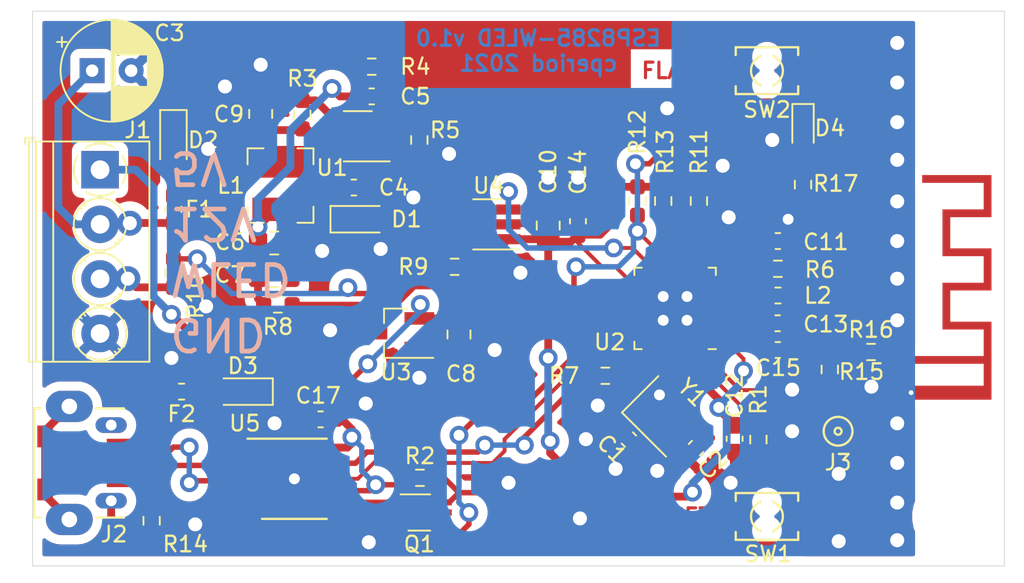
<source format=kicad_pcb>
(kicad_pcb (version 20171130) (host pcbnew 5.1.10-88a1d61d58~88~ubuntu20.04.1)
  (layers (0 F.Cu signal) (31 B.Cu signal) (34 B.Paste user) (35 F.Paste user) (36 B.SilkS user) (37 F.SilkS user) (38 B.Mask user) (39 F.Mask user) (44 Edge.Cuts user))
  (net 0 "")
  (net 1 "Net-(AE1-Pad1)")
  (net 2 GND)
  (net 3 +12V)
  (net 4 +3V3)
  (net 5 /EN)
  (net 6 "Net-(C13-Pad2)")
  (net 7 /ANT_LNA)
  (net 8 "Net-(C15-Pad1)")
  (net 9 "Net-(D2-Pad2)")
  (net 10 "Net-(D3-Pad2)")
  (net 11 +5V)
  (net 12 "Net-(F2-Pad2)")
  (net 13 "Net-(J1-Pad3)")
  (net 14 "Net-(J2-Pad6)")
  (net 15 "Net-(J3-Pad1)")
  (net 16 /RST)
  (net 17 /RTS)
  (net 18 /DTR)
  (net 19 /GPIO0)
  (net 20 /UTXD)
  (net 21 "Net-(R9-Pad2)")
  (net 22 "Net-(R10-Pad2)")
  (net 23 /GPIO15)
  (net 24 /GPIO2)
  (net 25 /URXD)
  (net 26 "Net-(D4-Pad2)")
  (net 27 /XO)
  (net 28 /XI)
  (net 29 /D-)
  (net 30 /D+)
  (net 31 /RES12K)
  (net 32 /CUTXD)
  (net 33 WLED)
  (net 34 /BS)
  (net 35 /SW)
  (net 36 /FB)
  (net 37 /5VOUT)
  (net 38 /12VIN)
  (net 39 /BEN)
  (module CPB:IPX_Connector_C496552 (layer F.Cu) (at 141.756 118.364 180)
    (fp_text reference J3 (at 0 -2) (layer F.SilkS))
    (fp_text value ANT)
    (pad 1 smd roundrect (at 0 1.5 180) (size 1 1) (layers F.Cu F.Paste F.Mask) (net 15 "Net-(J3-Pad1)"))
    (pad 2 smd roundrect (at 1.5 0 180) (size 1 2.2) (layers F.Cu F.Paste F.Mask) (net 2 GND))
    (pad 2 smd roundrect (at -1.5 0 180) (size 1 2.2) (layers F.Cu F.Paste F.Mask) (net 2 GND))
  )
  (module MountingHole:MountingHole_4mm (layer F.Cu) (at 149.352 94.996)
    (fp_text reference H2 hide)
    (fp_text value MountingHole hide)
    (pad 1 np_thru_hole circle (at 0 0) (size 4 4) (drill 4) (layers *.Cu *.Mask))
  )
  (module MountingHole:MountingHole_4mm (layer F.Cu) (at 149.098 123.825)
    (fp_text reference H1 hide)
    (fp_text value MountingHole hide)
    (pad 1 np_thru_hole circle (at 0 0) (size 4 4) (drill 4) (layers *.Cu *.Mask))
  )
  (module RF_Antenna:Texas_SWRA117D_2.4GHz_Left (layer F.Cu) (at 146.431 113.792 270)
    (fp_text reference AE1 hide)
    (fp_text value PCB_ANTENNA)
    (fp_poly (pts (xy -2.45 -2.51) (xy -4.45 -2.51) (xy -4.45 -5.15) (xy -7.15 -5.15) (xy -7.15 -2.51) (xy -9.15 -2.51) (xy -9.15 -5.15) (xy -11.85 -5.15) (xy -11.85 -0.71) (xy -11.35 -0.71) (xy -11.35 -4.65) (xy -9.65 -4.65) (xy -9.65 -2.01) (xy -6.65 -2.01) (xy -6.65 -4.65) (xy -4.95 -4.65) (xy -4.95 -2.01) (xy -1.95 -2.01) (xy -1.95 -4.65) (xy -0.25 -4.65) (xy -0.25 0.25) (xy 0.25 0.25) (xy 0.25 -4.65) (xy 1.65 -4.65) (xy 1.65 0.25) (xy 2.55 0.25) (xy 2.55 0.006785) (xy 2.247583 0.006785) (xy 2.237742 0.054395) (xy 2.213674 0.096797) (xy 2.175731 0.129581) (xy 2.167819 0.133935) (xy 2.125156 0.146043) (xy 2.076637 0.1453) (xy 2.031122 0.1324) (xy 2.012511 0.121787) (xy 1.978868 0.086553) (xy 1.958309 0.041368) (xy 1.951778 -0.008158) (xy 1.960218 -0.056417) (xy 1.977112 -0.088643) (xy 2.012372 -0.121313) (xy 2.057682 -0.141408) (xy 2.107267 -0.147982) (xy 2.155353 -0.140092) (xy 2.188245 -0.123186) (xy 2.223185 -0.086416) (xy 2.242847 -0.041622) (xy 2.247583 0.006785) (xy 2.55 0.006785) (xy 2.55 -5.15) (xy -2.45 -5.15) (xy -2.45 -2.51)) (layer F.Cu) (width 0))
    (pad 1 connect rect (at 0 0 270) (size 0.5 0.5) (layers F.Cu) (net 1 "Net-(AE1-Pad1)"))
    (pad 2 thru_hole rect (at 2.1 0 270) (size 0.9 0.5) (drill 0.3) (layers *.Cu) (net 2 GND))
  )
  (module Resistor_SMD:R_0603_1608Metric_Pad0.98x0.95mm_HandSolder (layer F.Cu) (at 139.5095 102.5525 270)
    (fp_text reference R17 (at -0.0635 -2.0955 180) (layer F.SilkS))
    (fp_text value 1K)
    (pad 2 smd roundrect (at 0.9125 0 270) (size 0.975 0.95) (layers F.Cu F.Paste F.Mask) (net 4 +3V3))
    (pad 1 smd roundrect (at -0.9125 0 270) (size 0.975 0.95) (layers F.Cu F.Paste F.Mask) (net 26 "Net-(D4-Pad2)"))
  )
  (module LED_SMD:LED_0603_1608Metric_Castellated (layer F.Cu) (at 139.5095 99.073 270)
    (fp_text reference D4 (at -0.14 -1.7145 180) (layer F.SilkS))
    (fp_text value LED)
    (pad 2 smd roundrect (at 0.8125 0 270) (size 1.225 0.85) (layers F.Cu F.Paste F.Mask) (net 26 "Net-(D4-Pad2)"))
    (pad 1 smd roundrect (at -0.8125 0 270) (size 1.225 0.85) (layers F.Cu F.Paste F.Mask) (net 24 /GPIO2))
  )
  (module Crystal:Crystal_SMD_3225-4Pin_3.2x2.5mm (layer F.Cu) (at 130.4925 117.4115 315)
    (fp_text reference Y1 (at 0.2745 -2.423 135) (layer F.SilkS))
    (fp_text value 26MHz)
    (pad 4 smd rect (at -1.1 -0.85 315) (size 1.4 1.2) (layers F.Cu F.Paste F.Mask) (net 2 GND))
    (pad 3 smd rect (at 1.1 -0.85 315) (size 1.4 1.2) (layers F.Cu F.Paste F.Mask) (net 28 /XI))
    (pad 2 smd rect (at 1.1 0.85 315) (size 1.4 1.2) (layers F.Cu F.Paste F.Mask) (net 2 GND))
    (pad 1 smd rect (at -1.1 0.85 315) (size 1.4 1.2) (layers F.Cu F.Paste F.Mask) (net 27 /XO))
  )
  (module CPB:eSSOP-10_3.9x4.9mm_P1.00mm (layer F.Cu) (at 106.934 121.412)
    (fp_text reference U5 (at -3.175 -3.556) (layer F.SilkS))
    (fp_text value CH340K)
    (pad 0 smd roundrect (at 0 0) (size 2.25 3.6) (layers F.Cu F.Paste F.Mask) (net 2 GND))
    (pad 10 smd rect (at 2.55 -2) (size 1.1 0.51) (layers F.Cu F.Paste F.Mask) (net 4 +3V3))
    (pad 9 smd rect (at 2.55 -1) (size 1.1 0.51) (layers F.Cu F.Paste F.Mask) (net 32 /CUTXD))
    (pad 5 smd rect (at -2.55 2) (size 1.1 0.51) (layers F.Cu F.Paste F.Mask))
    (pad 8 smd rect (at 2.55 0) (size 1.1 0.51) (layers F.Cu F.Paste F.Mask) (net 25 /URXD))
    (pad 7 smd rect (at 2.55 1) (size 1.1 0.51) (layers F.Cu F.Paste F.Mask) (net 4 +3V3))
    (pad 6 smd rect (at 2.55 2) (size 1.1 0.51) (layers F.Cu F.Paste F.Mask) (net 17 /RTS))
    (pad 4 smd rect (at -2.55 1) (size 1.1 0.51) (layers F.Cu F.Paste F.Mask) (net 18 /DTR))
    (pad 3 smd rect (at -2.55 0) (size 1.1 0.51) (layers F.Cu F.Paste F.Mask) (net 2 GND))
    (pad 2 smd rect (at -2.55 -1) (size 1.1 0.51) (layers F.Cu F.Paste F.Mask) (net 29 /D-))
    (pad 1 smd rect (at -2.55 -2) (size 1.1 0.51) (layers F.Cu F.Paste F.Mask) (net 30 /D+))
  )
  (module Package_TO_SOT_SMD:SOT-23-6_Handsoldering (layer F.Cu) (at 119.285 105.103 180)
    (fp_text reference U4 (at -0.095 2.487) (layer F.SilkS))
    (fp_text value TXS0101)
    (pad 5 smd rect (at 1.35 0 180) (size 1.56 0.65) (layers F.Cu F.Paste F.Mask) (net 21 "Net-(R9-Pad2)"))
    (pad 6 smd rect (at 1.35 -0.95 180) (size 1.56 0.65) (layers F.Cu F.Paste F.Mask) (net 11 +5V))
    (pad 4 smd rect (at 1.35 0.95 180) (size 1.56 0.65) (layers F.Cu F.Paste F.Mask) (net 22 "Net-(R10-Pad2)"))
    (pad 3 smd rect (at -1.35 0.95 180) (size 1.56 0.65) (layers F.Cu F.Paste F.Mask) (net 33 WLED))
    (pad 2 smd rect (at -1.35 0 180) (size 1.56 0.65) (layers F.Cu F.Paste F.Mask) (net 2 GND))
    (pad 1 smd rect (at -1.35 -0.95 180) (size 1.56 0.65) (layers F.Cu F.Paste F.Mask) (net 4 +3V3))
  )
  (module Package_TO_SOT_SMD:SOT-23_Handsoldering (layer F.Cu) (at 113.435 112.08 180)
    (fp_text reference U3 (at 0 -2.5) (layer F.SilkS))
    (fp_text value ME6211)
    (pad 3 smd rect (at 1.5 0 180) (size 1.9 0.8) (layers F.Cu F.Paste F.Mask) (net 11 +5V))
    (pad 2 smd rect (at -1.5 0.95 180) (size 1.9 0.8) (layers F.Cu F.Paste F.Mask) (net 4 +3V3))
    (pad 1 smd rect (at -1.5 -0.95 180) (size 1.9 0.8) (layers F.Cu F.Paste F.Mask) (net 2 GND))
  )
  (module Package_DFN_QFN:QFN-32-1EP_5x5mm_P0.5mm_EP3.45x3.45mm (layer F.Cu) (at 131.318 110.49 180)
    (fp_text reference U2 (at 4.191 -2.159) (layer F.SilkS))
    (fp_text value ESP8285)
    (pad 33 smd rect (at 0 0 180) (size 3.45 3.45) (layers F.Cu F.Mask) (net 2 GND))
    (pad 32 smd roundrect (at -1.75 -2.4375 180) (size 0.25 0.875) (layers F.Cu F.Paste F.Mask) (net 16 /RST))
    (pad 31 smd roundrect (at -1.25 -2.4375 180) (size 0.25 0.875) (layers F.Cu F.Paste F.Mask) (net 31 /RES12K))
    (pad 30 smd roundrect (at -0.75 -2.4375 180) (size 0.25 0.875) (layers F.Cu F.Paste F.Mask) (net 4 +3V3))
    (pad 29 smd roundrect (at -0.25 -2.4375 180) (size 0.25 0.875) (layers F.Cu F.Paste F.Mask) (net 4 +3V3))
    (pad 28 smd roundrect (at 0.25 -2.4375 180) (size 0.25 0.875) (layers F.Cu F.Paste F.Mask) (net 28 /XI))
    (pad 27 smd roundrect (at 0.75 -2.4375 180) (size 0.25 0.875) (layers F.Cu F.Paste F.Mask) (net 27 /XO))
    (pad 26 smd roundrect (at 1.25 -2.4375 180) (size 0.25 0.875) (layers F.Cu F.Paste F.Mask) (net 20 /UTXD))
    (pad 25 smd roundrect (at 1.75 -2.4375 180) (size 0.25 0.875) (layers F.Cu F.Paste F.Mask) (net 25 /URXD))
    (pad 24 smd roundrect (at 2.4375 -1.75 180) (size 0.875 0.25) (layers F.Cu F.Paste F.Mask))
    (pad 23 smd roundrect (at 2.4375 -1.25 180) (size 0.875 0.25) (layers F.Cu F.Paste F.Mask))
    (pad 22 smd roundrect (at 2.4375 -0.75 180) (size 0.875 0.25) (layers F.Cu F.Paste F.Mask))
    (pad 21 smd roundrect (at 2.4375 -0.25 180) (size 0.875 0.25) (layers F.Cu F.Paste F.Mask))
    (pad 20 smd roundrect (at 2.4375 0.25 180) (size 0.875 0.25) (layers F.Cu F.Paste F.Mask))
    (pad 19 smd roundrect (at 2.4375 0.75 180) (size 0.875 0.25) (layers F.Cu F.Paste F.Mask))
    (pad 18 smd roundrect (at 2.4375 1.25 180) (size 0.875 0.25) (layers F.Cu F.Paste F.Mask))
    (pad 17 smd roundrect (at 2.4375 1.75 180) (size 0.875 0.25) (layers F.Cu F.Paste F.Mask) (net 4 +3V3))
    (pad 16 smd roundrect (at 1.75 2.4375 180) (size 0.25 0.875) (layers F.Cu F.Paste F.Mask) (net 33 WLED))
    (pad 15 smd roundrect (at 1.25 2.4375 180) (size 0.25 0.875) (layers F.Cu F.Paste F.Mask) (net 19 /GPIO0))
    (pad 14 smd roundrect (at 0.75 2.4375 180) (size 0.25 0.875) (layers F.Cu F.Paste F.Mask) (net 24 /GPIO2))
    (pad 13 smd roundrect (at 0.25 2.4375 180) (size 0.25 0.875) (layers F.Cu F.Paste F.Mask) (net 23 /GPIO15))
    (pad 12 smd roundrect (at -0.25 2.4375 180) (size 0.25 0.875) (layers F.Cu F.Paste F.Mask))
    (pad 11 smd roundrect (at -0.75 2.4375 180) (size 0.25 0.875) (layers F.Cu F.Paste F.Mask) (net 4 +3V3))
    (pad 10 smd roundrect (at -1.25 2.4375 180) (size 0.25 0.875) (layers F.Cu F.Paste F.Mask))
    (pad 9 smd roundrect (at -1.75 2.4375 180) (size 0.25 0.875) (layers F.Cu F.Paste F.Mask))
    (pad 8 smd roundrect (at -2.4375 1.75 180) (size 0.875 0.25) (layers F.Cu F.Paste F.Mask))
    (pad 7 smd roundrect (at -2.4375 1.25 180) (size 0.875 0.25) (layers F.Cu F.Paste F.Mask) (net 5 /EN))
    (pad 6 smd roundrect (at -2.4375 0.75 180) (size 0.875 0.25) (layers F.Cu F.Paste F.Mask))
    (pad 5 smd roundrect (at -2.4375 0.25 180) (size 0.875 0.25) (layers F.Cu F.Paste F.Mask))
    (pad 4 smd roundrect (at -2.4375 -0.25 180) (size 0.875 0.25) (layers F.Cu F.Paste F.Mask) (net 6 "Net-(C13-Pad2)"))
    (pad 3 smd roundrect (at -2.4375 -0.75 180) (size 0.875 0.25) (layers F.Cu F.Paste F.Mask) (net 6 "Net-(C13-Pad2)"))
    (pad 2 smd roundrect (at -2.4375 -1.25 180) (size 0.875 0.25) (layers F.Cu F.Paste F.Mask) (net 7 /ANT_LNA))
    (pad 1 smd roundrect (at -2.4375 -1.75 180) (size 0.875 0.25) (layers F.Cu F.Paste F.Mask) (net 4 +3V3))
  )
  (module Package_TO_SOT_SMD:SOT-23-6_Handsoldering (layer F.Cu) (at 110.992 99.456 180)
    (fp_text reference U1 (at 1.645 -2.017) (layer F.SilkS))
    (fp_text value ME3116)
    (pad 5 smd rect (at 1.35 0 180) (size 1.56 0.65) (layers F.Cu F.Paste F.Mask) (net 38 /12VIN))
    (pad 6 smd rect (at 1.35 -0.95 180) (size 1.56 0.65) (layers F.Cu F.Paste F.Mask) (net 35 /SW))
    (pad 4 smd rect (at 1.35 0.95 180) (size 1.56 0.65) (layers F.Cu F.Paste F.Mask) (net 39 /BEN))
    (pad 3 smd rect (at -1.35 0.95 180) (size 1.56 0.65) (layers F.Cu F.Paste F.Mask) (net 36 /FB))
    (pad 2 smd rect (at -1.35 0 180) (size 1.56 0.65) (layers F.Cu F.Paste F.Mask) (net 2 GND))
    (pad 1 smd rect (at -1.35 -0.95 180) (size 1.56 0.65) (layers F.Cu F.Paste F.Mask) (net 34 /BS))
  )
  (module CPB:SW_Tact_C354947 (layer F.Cu) (at 137.2 95.25)
    (fp_text reference SW2 (at 0 2.5) (layer F.SilkS))
    (fp_text value FLASH)
    (pad "" np_thru_hole circle (at 0 0.9) (size 0.7 0.7) (drill 0.7) (layers *.Cu *.Mask))
    (pad "" np_thru_hole circle (at 0 -0.9) (size 0.7 0.7) (drill 0.7) (layers *.Cu *.Mask))
    (pad 2 smd roundrect (at 2.5 0) (size 1.524 1.8) (layers F.Cu F.Paste F.Mask) (net 2 GND))
    (pad 1 smd roundrect (at -2.5 0) (size 1.524 1.8) (layers F.Cu F.Paste F.Mask) (net 19 /GPIO0))
  )
  (module CPB:SW_Tact_C354947 (layer F.Cu) (at 137.2 123.825 180)
    (fp_text reference SW1 (at -0.087 -2.413) (layer F.SilkS))
    (fp_text value RESET)
    (pad "" np_thru_hole circle (at 0 0.9 180) (size 0.7 0.7) (drill 0.7) (layers *.Cu *.Mask))
    (pad "" np_thru_hole circle (at 0 -0.9 180) (size 0.7 0.7) (drill 0.7) (layers *.Cu *.Mask))
    (pad 2 smd roundrect (at 2.5 0 180) (size 1.524 1.8) (layers F.Cu F.Paste F.Mask) (net 2 GND))
    (pad 1 smd roundrect (at -2.5 0 180) (size 1.524 1.8) (layers F.Cu F.Paste F.Mask) (net 16 /RST))
  )
  (module Resistor_SMD:R_0603_1608Metric_Pad0.98x0.95mm_HandSolder (layer F.Cu) (at 143.8675 113.284)
    (fp_text reference R16 (at 0 -1.43) (layer F.SilkS))
    (fp_text value 0R)
    (pad 2 smd roundrect (at 0.9125 0) (size 0.975 0.95) (layers F.Cu F.Paste F.Mask) (net 1 "Net-(AE1-Pad1)"))
    (pad 1 smd roundrect (at -0.9125 0) (size 0.975 0.95) (layers F.Cu F.Paste F.Mask) (net 8 "Net-(C15-Pad1)"))
  )
  (module Resistor_SMD:R_0603_1608Metric_Pad0.98x0.95mm_HandSolder (layer F.Cu) (at 141.224 114.4035 270)
    (fp_text reference R15 (at 0.1505 -2.032 180) (layer F.SilkS))
    (fp_text value DNP)
    (pad 2 smd roundrect (at 0.9125 0 270) (size 0.975 0.95) (layers F.Cu F.Paste F.Mask) (net 15 "Net-(J3-Pad1)"))
    (pad 1 smd roundrect (at -0.9125 0 270) (size 0.975 0.95) (layers F.Cu F.Paste F.Mask) (net 8 "Net-(C15-Pad1)"))
  )
  (module Resistor_SMD:R_0603_1608Metric_Pad0.98x0.95mm_HandSolder (layer F.Cu) (at 97.79 124.1025 270)
    (fp_text reference R14 (at 1.5005 -2.159 180) (layer F.SilkS))
    (fp_text value 0R)
    (pad 2 smd roundrect (at 0.9125 0 270) (size 0.975 0.95) (layers F.Cu F.Paste F.Mask) (net 14 "Net-(J2-Pad6)"))
    (pad 1 smd roundrect (at -0.9125 0 270) (size 0.975 0.95) (layers F.Cu F.Paste F.Mask) (net 2 GND))
  )
  (module Resistor_SMD:R_0603_1608Metric_Pad0.98x0.95mm_HandSolder (layer F.Cu) (at 130.556 103.6085 90)
    (fp_text reference R13 (at 3.1515 0.127 270) (layer F.SilkS))
    (fp_text value 12K)
    (pad 2 smd roundrect (at 0.9125 0 90) (size 0.975 0.95) (layers F.Cu F.Paste F.Mask) (net 4 +3V3))
    (pad 1 smd roundrect (at -0.9125 0 90) (size 0.975 0.95) (layers F.Cu F.Paste F.Mask) (net 24 /GPIO2))
  )
  (module Resistor_SMD:R_0603_1608Metric_Pad0.98x0.95mm_HandSolder (layer F.Cu) (at 128.905 103.6085 90)
    (fp_text reference R12 (at 4.4215 0 270) (layer F.SilkS))
    (fp_text value 12K)
    (pad 2 smd roundrect (at 0.9125 0 90) (size 0.975 0.95) (layers F.Cu F.Paste F.Mask) (net 4 +3V3))
    (pad 1 smd roundrect (at -0.9125 0 90) (size 0.975 0.95) (layers F.Cu F.Paste F.Mask) (net 19 /GPIO0))
  )
  (module Resistor_SMD:R_0603_1608Metric_Pad0.98x0.95mm_HandSolder (layer F.Cu) (at 132.842 103.6085 270)
    (fp_text reference R11 (at -3.1515 0 90) (layer F.SilkS))
    (fp_text value 12K)
    (pad 2 smd roundrect (at 0.9125 0 270) (size 0.975 0.95) (layers F.Cu F.Paste F.Mask) (net 23 /GPIO15))
    (pad 1 smd roundrect (at -0.9125 0 270) (size 0.975 0.95) (layers F.Cu F.Paste F.Mask) (net 2 GND))
  )
  (module Resistor_SMD:R_0603_1608Metric_Pad0.98x0.95mm_HandSolder (layer F.Cu) (at 99.187 108.2275 90)
    (fp_text reference R10 (at -1.5005 1.397 90) (layer F.SilkS))
    (fp_text value 470R)
    (pad 2 smd roundrect (at 0.9125 0 90) (size 0.975 0.95) (layers F.Cu F.Paste F.Mask) (net 22 "Net-(R10-Pad2)"))
    (pad 1 smd roundrect (at -0.9125 0 90) (size 0.975 0.95) (layers F.Cu F.Paste F.Mask) (net 13 "Net-(J1-Pad3)"))
  )
  (module Resistor_SMD:R_0603_1608Metric_Pad0.98x0.95mm_HandSolder (layer F.Cu) (at 117.1975 107.823 180)
    (fp_text reference R9 (at 2.6435 0) (layer F.SilkS))
    (fp_text value 10K)
    (pad 2 smd roundrect (at 0.9125 0 180) (size 0.975 0.95) (layers F.Cu F.Paste F.Mask) (net 21 "Net-(R9-Pad2)"))
    (pad 1 smd roundrect (at -0.9125 0 180) (size 0.975 0.95) (layers F.Cu F.Paste F.Mask) (net 11 +5V))
  )
  (module Resistor_SMD:R_0603_1608Metric_Pad0.98x0.95mm_HandSolder (layer F.Cu) (at 105.878 110.236 180)
    (fp_text reference R8 (at 0 -1.43) (layer F.SilkS))
    (fp_text value 0R)
    (pad 2 smd roundrect (at 0.9125 0 180) (size 0.975 0.95) (layers F.Cu F.Paste F.Mask) (net 37 /5VOUT))
    (pad 1 smd roundrect (at -0.9125 0 180) (size 0.975 0.95) (layers F.Cu F.Paste F.Mask) (net 11 +5V))
  )
  (module Resistor_SMD:R_0603_1608Metric_Pad0.98x0.95mm_HandSolder (layer F.Cu) (at 126.8495 114.808)
    (fp_text reference R7 (at -2.6435 0) (layer F.SilkS))
    (fp_text value 499R)
    (pad 2 smd roundrect (at 0.9125 0) (size 0.975 0.95) (layers F.Cu F.Paste F.Mask) (net 20 /UTXD))
    (pad 1 smd roundrect (at -0.9125 0) (size 0.975 0.95) (layers F.Cu F.Paste F.Mask) (net 32 /CUTXD))
  )
  (module Resistor_SMD:R_0603_1608Metric_Pad0.98x0.95mm_HandSolder (layer F.Cu) (at 137.8985 107.95)
    (fp_text reference R6 (at 2.6905 0.0635) (layer F.SilkS))
    (fp_text value 12K)
    (pad 2 smd roundrect (at 0.9125 0) (size 0.975 0.95) (layers F.Cu F.Paste F.Mask) (net 4 +3V3))
    (pad 1 smd roundrect (at -0.9125 0) (size 0.975 0.95) (layers F.Cu F.Paste F.Mask) (net 5 /EN))
  )
  (module Resistor_SMD:R_0603_1608Metric_Pad0.98x0.95mm_HandSolder (layer F.Cu) (at 114.935 99.695 270)
    (fp_text reference R5 (at -0.635 -1.651 180) (layer F.SilkS))
    (fp_text value 10K)
    (pad 2 smd roundrect (at 0.9125 0 270) (size 0.975 0.95) (layers F.Cu F.Paste F.Mask) (net 2 GND))
    (pad 1 smd roundrect (at -0.9125 0 270) (size 0.975 0.95) (layers F.Cu F.Paste F.Mask) (net 36 /FB))
  )
  (module Resistor_SMD:R_0603_1608Metric_Pad0.98x0.95mm_HandSolder (layer F.Cu) (at 111.887 94.996)
    (fp_text reference R4 (at 2.794 0) (layer F.SilkS))
    (fp_text value 56K)
    (pad 2 smd roundrect (at 0.9125 0) (size 0.975 0.95) (layers F.Cu F.Paste F.Mask) (net 36 /FB))
    (pad 1 smd roundrect (at -0.9125 0) (size 0.975 0.95) (layers F.Cu F.Paste F.Mask) (net 37 /5VOUT))
  )
  (module Resistor_SMD:R_0603_1608Metric_Pad0.98x0.95mm_HandSolder (layer F.Cu) (at 107.442 98.0675 90)
    (fp_text reference R3 (at 2.3095 0 180) (layer F.SilkS))
    (fp_text value 1M)
    (pad 2 smd roundrect (at 0.9125 0 90) (size 0.975 0.95) (layers F.Cu F.Paste F.Mask) (net 39 /BEN))
    (pad 1 smd roundrect (at -0.9125 0 90) (size 0.975 0.95) (layers F.Cu F.Paste F.Mask) (net 38 /12VIN))
  )
  (module Resistor_SMD:R_0603_1608Metric_Pad0.98x0.95mm_HandSolder (layer F.Cu) (at 114.975 121.3485 180)
    (fp_text reference R2 (at 0 1.397) (layer F.SilkS))
    (fp_text value 12K)
    (pad 2 smd roundrect (at 0.9125 0 180) (size 0.975 0.95) (layers F.Cu F.Paste F.Mask) (net 4 +3V3))
    (pad 1 smd roundrect (at -0.9125 0 180) (size 0.975 0.95) (layers F.Cu F.Paste F.Mask) (net 16 /RST))
  )
  (module Resistor_SMD:R_0603_1608Metric_Pad0.98x0.95mm_HandSolder (layer F.Cu) (at 136.652 118.8955 270)
    (fp_text reference R1 (at -2.5635 0 270) (layer F.SilkS))
    (fp_text value "12K 1%")
    (pad 2 smd roundrect (at 0.9125 0 270) (size 0.975 0.95) (layers F.Cu F.Paste F.Mask) (net 2 GND))
    (pad 1 smd roundrect (at -0.9125 0 270) (size 0.975 0.95) (layers F.Cu F.Paste F.Mask) (net 31 /RES12K))
  )
  (module Package_TO_SOT_SMD:SOT-363_SC-70-6_Handsoldering (layer F.Cu) (at 114.935 123.571)
    (fp_text reference Q1 (at 0 2.032) (layer F.SilkS))
    (fp_text value UMH3N)
    (pad 6 smd rect (at 1.33 -0.65) (size 1.5 0.4) (layers F.Cu F.Paste F.Mask) (net 16 /RST))
    (pad 5 smd rect (at 1.33 0) (size 1.5 0.4) (layers F.Cu F.Paste F.Mask) (net 17 /RTS))
    (pad 4 smd rect (at 1.33 0.65) (size 1.5 0.4) (layers F.Cu F.Paste F.Mask) (net 18 /DTR))
    (pad 3 smd rect (at -1.33 0.65) (size 1.5 0.4) (layers F.Cu F.Paste F.Mask) (net 19 /GPIO0))
    (pad 2 smd rect (at -1.33 0) (size 1.5 0.4) (layers F.Cu F.Paste F.Mask) (net 18 /DTR))
    (pad 1 smd rect (at -1.33 -0.65) (size 1.5 0.4) (layers F.Cu F.Paste F.Mask) (net 17 /RTS))
  )
  (module Inductor_SMD:L_0603_1608Metric_Pad1.05x0.95mm_HandSolder (layer F.Cu) (at 137.908 109.6645 180)
    (fp_text reference L2 (at -2.554 0) (layer F.SilkS))
    (fp_text value 4.3nH)
    (pad 2 smd roundrect (at 0.875 0 180) (size 1.05 0.95) (layers F.Cu F.Paste F.Mask) (net 6 "Net-(C13-Pad2)"))
    (pad 1 smd roundrect (at -0.875 0 180) (size 1.05 0.95) (layers F.Cu F.Paste F.Mask) (net 4 +3V3))
  )
  (module Inductor_SMD:L_Bourns-SRN4018 (layer F.Cu) (at 106.045 102.615 270)
    (fp_text reference L1 (at 0.001 3.175 180) (layer F.SilkS))
    (fp_text value "10uH 1A")
    (pad 2 smd rect (at 1.525 0 270) (size 1.5 3.6) (layers F.Cu F.Paste F.Mask) (net 37 /5VOUT))
    (pad 1 smd rect (at -1.525 0 270) (size 1.5 3.6) (layers F.Cu F.Paste F.Mask) (net 35 /SW))
  )
  (module CPB:USB_Micro-B_CNC_C10418 (layer F.Cu) (at 96.52 120.396 90)
    (fp_text reference J2 (at -4.572 -1.143 180) (layer F.SilkS))
    (fp_text value USB_B_Micro)
    (pad 6 thru_hole oval (at 3.625 -4 90) (size 2 3) (drill oval 1) (layers *.Cu *.Mask) (net 14 "Net-(J2-Pad6)"))
    (pad 6 thru_hole oval (at 2.425 -1.32 90) (size 1 2) (drill 0.7) (layers *.Cu *.Mask) (net 14 "Net-(J2-Pad6)"))
    (pad 6 thru_hole oval (at -2.425 -1.32 90) (size 1 2) (drill 0.7) (layers *.Cu *.Mask) (net 14 "Net-(J2-Pad6)"))
    (pad 1 smd rect (at 1.3 -0.8 90) (size 0.5 1.6) (layers F.Cu F.Paste F.Mask) (net 12 "Net-(F2-Pad2)"))
    (pad 2 smd rect (at 0.65 -0.8 90) (size 0.5 1.6) (layers F.Cu F.Paste F.Mask) (net 29 /D-))
    (pad 5 smd rect (at -1.3 -0.8 90) (size 0.5 1.6) (layers F.Cu F.Paste F.Mask) (net 2 GND))
    (pad 4 smd rect (at -0.65 -0.8 90) (size 0.5 1.6) (layers F.Cu F.Paste F.Mask))
    (pad 3 smd rect (at 0 -0.8 90) (size 0.5 1.6) (layers F.Cu F.Paste F.Mask) (net 30 /D+))
    (pad 6 thru_hole oval (at -3.625 -4 90) (size 2 3) (drill oval 1) (layers *.Cu *.Mask) (net 14 "Net-(J2-Pad6)"))
    (pad 6 smd rect (at 1.7 -5.55 90) (size 1.4 1) (layers F.Cu F.Paste F.Mask) (net 14 "Net-(J2-Pad6)"))
    (pad 6 smd rect (at -1.7 -5.55 90) (size 1.4 1) (layers F.Cu F.Paste F.Mask) (net 14 "Net-(J2-Pad6)"))
  )
  (module TerminalBlock_Phoenix:TerminalBlock_Phoenix_PT-1,5-4-3.5-H_1x04_P3.50mm_Horizontal (layer F.Cu) (at 94.488 101.6 270)
    (fp_text reference J1 (at -2.54 -2.413 180) (layer F.SilkS))
    (fp_text value WLED)
    (pad 4 thru_hole circle (at 10.5 0 270) (size 2.4 2.4) (drill 1.2) (layers *.Cu *.Mask) (net 2 GND))
    (pad 3 thru_hole circle (at 7 0 270) (size 2.4 2.4) (drill 1.2) (layers *.Cu *.Mask) (net 13 "Net-(J1-Pad3)"))
    (pad 2 thru_hole circle (at 3.5 0 270) (size 2.4 2.4) (drill 1.2) (layers *.Cu *.Mask) (net 3 +12V))
    (pad 1 thru_hole rect (at 0 0 270) (size 2.4 2.4) (drill 1.2) (layers *.Cu *.Mask) (net 11 +5V))
  )
  (module Fuse:Fuse_0603_1608Metric_Pad1.05x0.95mm_HandSolder (layer F.Cu) (at 99.709 115.824 180)
    (fp_text reference F2 (at 0 -1.43) (layer F.SilkS))
    (fp_text value 500mA)
    (pad 2 smd roundrect (at 0.875 0 180) (size 1.05 0.95) (layers F.Cu F.Paste F.Mask) (net 12 "Net-(F2-Pad2)"))
    (pad 1 smd roundrect (at -0.875 0 180) (size 1.05 0.95) (layers F.Cu F.Paste F.Mask) (net 10 "Net-(D3-Pad2)"))
  )
  (module Fuse:Fuse_0603_1608Metric_Pad1.05x0.95mm_HandSolder (layer F.Cu) (at 99.187 104.14 90)
    (fp_text reference F1 (at 0 1.651 180) (layer F.SilkS))
    (fp_text value 500mA)
    (pad 2 smd roundrect (at 0.875 0 90) (size 1.05 0.95) (layers F.Cu F.Paste F.Mask) (net 9 "Net-(D2-Pad2)"))
    (pad 1 smd roundrect (at -0.875 0 90) (size 1.05 0.95) (layers F.Cu F.Paste F.Mask) (net 3 +12V))
  )
  (module Diode_SMD:D_SOD-323_HandSoldering (layer F.Cu) (at 103.652 115.824 180)
    (fp_text reference D3 (at 0.02 1.651) (layer F.SilkS))
    (fp_text value B5817W)
    (pad 2 smd rect (at 1.25 0 180) (size 1 1) (layers F.Cu F.Paste F.Mask) (net 10 "Net-(D3-Pad2)"))
    (pad 1 smd rect (at -1.25 0 180) (size 1 1) (layers F.Cu F.Paste F.Mask) (net 11 +5V))
  )
  (module Diode_SMD:D_SOD-323_HandSoldering (layer F.Cu) (at 99.187 99.675 270)
    (fp_text reference D2 (at 0.02 -1.905 180) (layer F.SilkS))
    (fp_text value B5817W)
    (pad 2 smd rect (at 1.25 0 270) (size 1 1) (layers F.Cu F.Paste F.Mask) (net 9 "Net-(D2-Pad2)"))
    (pad 1 smd rect (at -1.25 0 270) (size 1 1) (layers F.Cu F.Paste F.Mask) (net 38 /12VIN))
  )
  (module Diode_SMD:D_SOD-323_HandSoldering (layer F.Cu) (at 111.145 104.775)
    (fp_text reference D1 (at 2.9645 0) (layer F.SilkS))
    (fp_text value B5817W)
    (pad 2 smd rect (at 1.25 0) (size 1 1) (layers F.Cu F.Paste F.Mask) (net 2 GND))
    (pad 1 smd rect (at -1.25 0) (size 1 1) (layers F.Cu F.Paste F.Mask) (net 35 /SW))
  )
  (module Capacitor_SMD:C_0603_1608Metric_Pad1.08x0.95mm_HandSolder (layer F.Cu) (at 108.6115 117.602 180)
    (fp_text reference C17 (at 0.1535 1.524) (layer F.SilkS))
    (fp_text value 100n)
    (pad 2 smd roundrect (at 0.8625 0 180) (size 1.075 0.95) (layers F.Cu F.Paste F.Mask) (net 2 GND))
    (pad 1 smd roundrect (at -0.8625 0 180) (size 1.075 0.95) (layers F.Cu F.Paste F.Mask) (net 4 +3V3))
  )
  (module Capacitor_SMD:C_0603_1608Metric_Pad1.08x0.95mm_HandSolder (layer F.Cu) (at 137.8955 113.157 180)
    (fp_text reference C15 (at -0.0265 -1.143) (layer F.SilkS))
    (fp_text value 5.6p)
    (pad 2 smd roundrect (at 0.8625 0 180) (size 1.075 0.95) (layers F.Cu F.Paste F.Mask) (net 7 /ANT_LNA))
    (pad 1 smd roundrect (at -0.8625 0 180) (size 1.075 0.95) (layers F.Cu F.Paste F.Mask) (net 8 "Net-(C15-Pad1)"))
  )
  (module Capacitor_SMD:C_0603_1608Metric_Pad1.08x0.95mm_HandSolder (layer F.Cu) (at 125.095 104.902 270)
    (fp_text reference C14 (at -3.1485 0 90) (layer F.SilkS))
    (fp_text value 1u)
    (pad 2 smd roundrect (at 0.8625 0 270) (size 1.075 0.95) (layers F.Cu F.Paste F.Mask) (net 4 +3V3))
    (pad 1 smd roundrect (at -0.8625 0 270) (size 1.075 0.95) (layers F.Cu F.Paste F.Mask) (net 2 GND))
  )
  (module Capacitor_SMD:C_0603_1608Metric_Pad1.08x0.95mm_HandSolder (layer F.Cu) (at 137.885 111.4425 180)
    (fp_text reference C13 (at -3.085 -0.0635) (layer F.SilkS))
    (fp_text value TBD)
    (pad 2 smd roundrect (at 0.8625 0 180) (size 1.075 0.95) (layers F.Cu F.Paste F.Mask) (net 6 "Net-(C13-Pad2)"))
    (pad 1 smd roundrect (at -0.8625 0 180) (size 1.075 0.95) (layers F.Cu F.Paste F.Mask) (net 2 GND))
  )
  (module Capacitor_SMD:C_0603_1608Metric_Pad1.08x0.95mm_HandSolder (layer F.Cu) (at 135.128 118.8455 90)
    (fp_text reference C12 (at 2.7675 0 90) (layer F.SilkS))
    (fp_text value 100n)
    (pad 2 smd roundrect (at 0.8625 0 90) (size 1.075 0.95) (layers F.Cu F.Paste F.Mask) (net 4 +3V3))
    (pad 1 smd roundrect (at -0.8625 0 90) (size 1.075 0.95) (layers F.Cu F.Paste F.Mask) (net 2 GND))
  )
  (module Capacitor_SMD:C_0603_1608Metric_Pad1.08x0.95mm_HandSolder (layer F.Cu) (at 137.8985 106.172 180)
    (fp_text reference C11 (at -3.0715 -0.0635) (layer F.SilkS))
    (fp_text value 100n)
    (pad 2 smd roundrect (at 0.8625 0 180) (size 1.075 0.95) (layers F.Cu F.Paste F.Mask) (net 5 /EN))
    (pad 1 smd roundrect (at -0.8625 0 180) (size 1.075 0.95) (layers F.Cu F.Paste F.Mask) (net 2 GND))
  )
  (module Capacitor_SMD:C_0805_2012Metric_Pad1.18x1.45mm_HandSolder (layer F.Cu) (at 123.19 105.1775 270)
    (fp_text reference C10 (at -3.4505 0 90) (layer F.SilkS))
    (fp_text value 10u)
    (pad 2 smd roundrect (at 1.0375 0 270) (size 1.175 1.45) (layers F.Cu F.Paste F.Mask) (roundrect_rratio 0.2127659574468085) (net 4 +3V3))
    (pad 1 smd roundrect (at -1.0375 0 270) (size 1.175 1.45) (layers F.Cu F.Paste F.Mask) (roundrect_rratio 0.2127659574468085) (net 2 GND))
  )
  (module Capacitor_SMD:C_0805_2012Metric_Pad1.18x1.45mm_HandSolder (layer F.Cu) (at 104.775 98.0225 90)
    (fp_text reference C9 (at -0.0215 -2.032 180) (layer F.SilkS))
    (fp_text value 22u)
    (pad 2 smd roundrect (at 1.0375 0 90) (size 1.175 1.45) (layers F.Cu F.Paste F.Mask) (roundrect_rratio 0.2127659574468085) (net 2 GND))
    (pad 1 smd roundrect (at -1.0375 0 90) (size 1.175 1.45) (layers F.Cu F.Paste F.Mask) (roundrect_rratio 0.2127659574468085) (net 38 /12VIN))
  )
  (module Capacitor_SMD:C_0805_2012Metric_Pad1.18x1.45mm_HandSolder (layer F.Cu) (at 117.475 112.1625 90)
    (fp_text reference C8 (at -2.5185 0.127 180) (layer F.SilkS))
    (fp_text value 22u)
    (pad 2 smd roundrect (at 1.0375 0 90) (size 1.175 1.45) (layers F.Cu F.Paste F.Mask) (roundrect_rratio 0.2127659574468085) (net 4 +3V3))
    (pad 1 smd roundrect (at -1.0375 0 90) (size 1.175 1.45) (layers F.Cu F.Paste F.Mask) (roundrect_rratio 0.2127659574468085) (net 2 GND))
  )
  (module Capacitor_SMD:C_0805_2012Metric_Pad1.18x1.45mm_HandSolder (layer F.Cu) (at 105.6425 108.3945)
    (fp_text reference C7 (at -2.836 -0.0635) (layer F.SilkS))
    (fp_text value 22u)
    (pad 2 smd roundrect (at 1.0375 0) (size 1.175 1.45) (layers F.Cu F.Paste F.Mask) (roundrect_rratio 0.2127659574468085) (net 2 GND))
    (pad 1 smd roundrect (at -1.0375 0) (size 1.175 1.45) (layers F.Cu F.Paste F.Mask) (roundrect_rratio 0.2127659574468085) (net 37 /5VOUT))
  )
  (module Capacitor_SMD:C_0805_2012Metric_Pad1.18x1.45mm_HandSolder (layer F.Cu) (at 105.6425 106.299)
    (fp_text reference C6 (at -2.836 -0.0635) (layer F.SilkS))
    (fp_text value 22u)
    (pad 2 smd roundrect (at 1.0375 0) (size 1.175 1.45) (layers F.Cu F.Paste F.Mask) (roundrect_rratio 0.2127659574468085) (net 2 GND))
    (pad 1 smd roundrect (at -1.0375 0) (size 1.175 1.45) (layers F.Cu F.Paste F.Mask) (roundrect_rratio 0.2127659574468085) (net 37 /5VOUT))
  )
  (module Capacitor_SMD:C_0603_1608Metric_Pad1.08x0.95mm_HandSolder (layer F.Cu) (at 111.887 96.901)
    (fp_text reference C5 (at 2.794 0) (layer F.SilkS))
    (fp_text value 100p)
    (pad 2 smd roundrect (at 0.8625 0) (size 1.075 0.95) (layers F.Cu F.Paste F.Mask) (net 36 /FB))
    (pad 1 smd roundrect (at -0.8625 0) (size 1.075 0.95) (layers F.Cu F.Paste F.Mask) (net 37 /5VOUT))
  )
  (module Capacitor_SMD:C_0603_1608Metric_Pad1.08x0.95mm_HandSolder (layer F.Cu) (at 110.744 102.743)
    (fp_text reference C4 (at 2.5665 0) (layer F.SilkS))
    (fp_text value 220n)
    (pad 2 smd roundrect (at 0.8625 0) (size 1.075 0.95) (layers F.Cu F.Paste F.Mask) (net 34 /BS))
    (pad 1 smd roundrect (at -0.8625 0) (size 1.075 0.95) (layers F.Cu F.Paste F.Mask) (net 35 /SW))
  )
  (module Capacitor_THT:CP_Radial_D6.3mm_P2.50mm (layer F.Cu) (at 93.98 95.25)
    (fp_text reference C3 (at 4.953 -2.413) (layer F.SilkS))
    (fp_text value 220u)
    (pad 2 thru_hole circle (at 2.5 0) (size 1.6 1.6) (drill 0.8) (layers *.Cu *.Mask) (net 2 GND))
    (pad 1 thru_hole rect (at 0 0) (size 1.6 1.6) (drill 0.8) (layers *.Cu *.Mask) (net 3 +12V))
  )
  (module Capacitor_SMD:C_0603_1608Metric_Pad1.08x0.95mm_HandSolder (layer F.Cu) (at 132.6515 119.4435 225)
    (fp_text reference C2 (at 0 -1.526644 45) (layer F.SilkS))
    (fp_text value 6.8p)
    (pad 2 smd roundrect (at 0.8625 0 225) (size 1.075 0.95) (layers F.Cu F.Paste F.Mask) (net 2 GND))
    (pad 1 smd roundrect (at -0.8625 0 225) (size 1.075 0.95) (layers F.Cu F.Paste F.Mask) (net 28 /XI))
  )
  (module Capacitor_SMD:C_0603_1608Metric_Pad1.08x0.95mm_HandSolder (layer F.Cu) (at 128.35862 118.89712 135)
    (fp_text reference C1 (at 0.349834 -1.212335 315) (layer F.SilkS))
    (fp_text value 6.8p)
    (pad 2 smd roundrect (at 0.8625 0 135) (size 1.075 0.95) (layers F.Cu F.Paste F.Mask) (net 27 /XO))
    (pad 1 smd roundrect (at -0.8625 0 135) (size 1.075 0.95) (layers F.Cu F.Paste F.Mask) (net 2 GND))
  )
  (gr_text "ESP8285-WLED v1.0\ncperiod 2021" (at 122.555 93.98) (layer B.Cu) (effects (font (size 1 1) (thickness 0.2)) (justify mirror)))
  (gr_text GND (at 98.806 112.141 180) (layer B.SilkS) (effects (font (size 2 2) (thickness 0.3)) (justify left mirror)))
  (gr_text WLED (at 98.806 108.585 180) (layer B.SilkS) (effects (font (size 2 2) (thickness 0.3)) (justify left mirror)))
  (gr_text 12V (at 98.806 105.029 180) (layer B.SilkS) (effects (font (size 2 2) (thickness 0.3)) (justify left mirror)))
  (gr_text 5V (at 98.806 101.473 180) (layer B.SilkS) (effects (font (size 2 2) (thickness 0.3)) (justify left mirror)))
  (gr_text RESET (at 131.318 123.825) (layer F.Cu) (effects (font (size 1 1) (thickness 0.2))))
  (gr_text FLASH (at 131.445 95.25) (layer F.Cu) (effects (font (size 1 1) (thickness 0.2))))
  (gr_line (start 90.17 127) (end 90.17 91.44) (layer Edge.Cuts) (width 0.05))
  (gr_line (start 152.4 127) (end 90.17 127) (layer Edge.Cuts) (width 0.05))
  (gr_line (start 152.4 91.44) (end 152.4 127) (layer Edge.Cuts) (width 0.05))
  (gr_line (start 90.17 91.44) (end 152.4 91.44) (layer Edge.Cuts) (width 0.05))
  (segment (start 144.78 113.284) (end 145.288 113.792) (width 0.35) (layer F.Cu) (net 1))
  (segment (start 145.288 113.792) (end 146.431 113.792) (width 0.35) (layer F.Cu) (net 1))
  (via (at 130.556 111.252) (size 1.2) (drill 0.7) (layers F.Cu B.Cu) (net 2))
  (via (at 132.08 111.252) (size 1.2) (drill 0.7) (layers F.Cu B.Cu) (net 2))
  (via (at 132.08 109.728) (size 1.2) (drill 0.7) (layers F.Cu B.Cu) (net 2))
  (via (at 130.556 109.728) (size 1.2) (drill 0.7) (layers F.Cu B.Cu) (net 2))
  (via (at 106.934 121.412) (size 1.2) (drill 0.7) (layers F.Cu B.Cu) (net 2))
  (segment (start 112.342 99.456) (end 113.68 99.456) (width 0.5) (layer F.Cu) (net 2))
  (segment (start 114.8315 100.6075) (end 114.935 100.6075) (width 0.5) (layer F.Cu) (net 2))
  (segment (start 113.68 99.456) (end 114.8315 100.6075) (width 0.5) (layer F.Cu) (net 2))
  (segment (start 95.72 121.696) (end 97.185 121.696) (width 0.5) (layer F.Cu) (net 2))
  (segment (start 97.79 122.301) (end 97.79 123.19) (width 0.5) (layer F.Cu) (net 2))
  (segment (start 97.185 121.696) (end 97.79 122.301) (width 0.5) (layer F.Cu) (net 2))
  (via (at 145.542 111.252) (size 1.6) (drill 0.9) (layers F.Cu B.Cu) (net 2))
  (via (at 145.542 108.585) (size 1.6) (drill 0.9) (layers F.Cu B.Cu) (net 2))
  (via (at 145.542 106.172) (size 1.6) (drill 0.9) (layers F.Cu B.Cu) (net 2))
  (via (at 145.542 103.632) (size 1.6) (drill 0.9) (layers F.Cu B.Cu) (net 2))
  (via (at 145.542 100.965) (size 1.6) (drill 0.9) (layers F.Cu B.Cu) (net 2))
  (via (at 145.542 98.552) (size 1.6) (drill 0.9) (layers F.Cu B.Cu) (net 2))
  (via (at 145.542 120.396) (size 1.6) (drill 0.9) (layers F.Cu B.Cu) (net 2))
  (via (at 145.542 122.936) (size 1.6) (drill 0.9) (layers F.Cu B.Cu) (net 2))
  (via (at 145.542 125.349) (size 1.6) (drill 0.9) (layers F.Cu B.Cu) (net 2))
  (via (at 145.542 96.012) (size 1.6) (drill 0.9) (layers F.Cu B.Cu) (net 2))
  (via (at 145.542 93.472) (size 1.6) (drill 0.9) (layers F.Cu B.Cu) (net 2))
  (via (at 145.542 117.856) (size 1.6) (drill 0.9) (layers F.Cu B.Cu) (net 2))
  (via (at 104.775 94.869) (size 1.6) (drill 0.9) (layers F.Cu B.Cu) (net 2))
  (via (at 102.489 96.266) (size 1.6) (drill 0.9) (layers F.Cu B.Cu) (net 2))
  (via (at 116.84 100.584) (size 1.6) (drill 0.9) (layers F.Cu B.Cu) (net 2))
  (via (at 119.761 113.157) (size 1.6) (drill 0.9) (layers F.Cu B.Cu) (net 2))
  (via (at 114.935 114.935) (size 1.6) (drill 0.9) (layers F.Cu B.Cu) (net 2))
  (via (at 111.506 116.586) (size 1.6) (drill 0.9) (layers F.Cu B.Cu) (net 2))
  (via (at 105.664 117.856) (size 1.6) (drill 0.9) (layers F.Cu B.Cu) (net 2))
  (via (at 100.584 124.333) (size 1.6) (drill 0.9) (layers F.Cu B.Cu) (net 2))
  (via (at 99.06 113.665) (size 1.6) (drill 0.9) (layers F.Cu B.Cu) (net 2))
  (via (at 120.65 121.666) (size 1.6) (drill 0.9) (layers F.Cu B.Cu) (net 2))
  (via (at 114.554 103.378) (size 1.6) (drill 0.9) (layers F.Cu B.Cu) (net 2))
  (via (at 141.7955 121.0945) (size 1.6) (drill 0.9) (layers F.Cu B.Cu) (net 2))
  (via (at 141.7955 125.4125) (size 1.6) (drill 0.9) (layers F.Cu B.Cu) (net 2))
  (segment (start 144.2765 115.892) (end 143.891 115.5065) (width 0.9) (layer F.Cu) (net 2))
  (via (at 143.891 115.5065) (size 1.6) (drill 0.9) (layers F.Cu B.Cu) (net 2))
  (segment (start 146.431 115.892) (end 144.2765 115.892) (width 0.9) (layer F.Cu) (net 2))
  (via (at 101.2825 110.363) (size 1.6) (drill 0.9) (layers F.Cu B.Cu) (net 2))
  (via (at 108.712 106.807) (size 1.6) (drill 0.9) (layers F.Cu B.Cu) (net 2))
  (via (at 112.4585 106.68) (size 1.6) (drill 0.9) (layers F.Cu B.Cu) (net 2))
  (via (at 101.4095 100.2665) (size 1.6) (drill 0.9) (layers F.Cu B.Cu) (net 2))
  (via (at 109.22 111.887) (size 1.6) (drill 0.9) (layers F.Cu B.Cu) (net 2))
  (via (at 111.6965 125.476) (size 1.6) (drill 0.9) (layers F.Cu B.Cu) (net 2))
  (via (at 127.508 120.777) (size 1.6) (drill 0.9) (layers F.Cu B.Cu) (net 2))
  (via (at 130.175 120.904) (size 1.6) (drill 0.9) (layers F.Cu B.Cu) (net 2))
  (segment (start 129.685142 118.790358) (end 128.9685 119.507) (width 0.5) (layer F.Cu) (net 2))
  (segment (start 130.669277 118.790358) (end 129.685142 118.790358) (width 0.5) (layer F.Cu) (net 2))
  (via (at 125.222 123.952) (size 1.6) (drill 0.9) (layers F.Cu B.Cu) (net 2))
  (via (at 126.365 116.713) (size 1.6) (drill 0.9) (layers F.Cu B.Cu) (net 2))
  (via (at 134.366 101.346) (size 1.6) (drill 0.9) (layers F.Cu B.Cu) (net 2))
  (via (at 138.557 104.775) (size 1.2) (drill 0.7) (layers F.Cu B.Cu) (net 2))
  (via (at 137.541 99.695) (size 1.6) (drill 0.9) (layers F.Cu B.Cu) (net 2))
  (via (at 134.747 104.648) (size 1.6) (drill 0.9) (layers F.Cu B.Cu) (net 2))
  (via (at 130.81 97.663) (size 1.6) (drill 0.9) (layers F.Cu B.Cu) (net 2))
  (via (at 138.811 118.364) (size 1.6) (drill 0.9) (layers F.Cu B.Cu) (net 2))
  (via (at 138.811 115.697) (size 1.6) (drill 0.9) (layers F.Cu B.Cu) (net 2))
  (segment (start 122.682 104.14) (end 123.19 104.14) (width 0.35) (layer F.Cu) (net 2))
  (segment (start 121.719 105.103) (end 122.682 104.14) (width 0.35) (layer F.Cu) (net 2))
  (segment (start 120.635 105.103) (end 121.719 105.103) (width 0.35) (layer F.Cu) (net 2))
  (via (at 123.19 102.108) (size 1.6) (drill 0.9) (layers F.Cu B.Cu) (net 2))
  (via (at 125.095 102.108) (size 1.6) (drill 0.9) (layers F.Cu B.Cu) (net 2))
  (via (at 121.412 108.204) (size 1.6) (drill 0.9) (layers F.Cu B.Cu) (net 2))
  (via (at 125.603 118.872) (size 1.6) (drill 0.9) (layers F.Cu B.Cu) (net 2))
  (via (at 134.874 121.666) (size 1.6) (drill 0.9) (layers F.Cu B.Cu) (net 2))
  (segment (start 130.4925 118.613581) (end 130.669277 118.790358) (width 0.35) (layer F.Cu) (net 2))
  (segment (start 130.4925 116.967) (end 130.4925 118.613581) (width 0.35) (layer F.Cu) (net 2))
  (segment (start 130.315723 116.790223) (end 130.4925 116.967) (width 0.35) (layer F.Cu) (net 2))
  (segment (start 130.315723 116.032642) (end 130.315723 116.790223) (width 0.35) (layer F.Cu) (net 2))
  (via (at 130.315723 116.032642) (size 1.2) (drill 0.7) (layers F.Cu B.Cu) (net 2))
  (segment (start 94.488 105.1) (end 92.908 105.1) (width 0.5) (layer B.Cu) (net 3))
  (segment (start 92.908 105.1) (end 91.821 104.013) (width 0.5) (layer B.Cu) (net 3))
  (segment (start 91.821 97.409) (end 93.98 95.25) (width 0.5) (layer B.Cu) (net 3))
  (segment (start 91.821 104.013) (end 91.821 97.409) (width 0.5) (layer B.Cu) (net 3))
  (segment (start 96.407 105.015) (end 99.187 105.015) (width 0.5) (layer F.Cu) (net 3))
  (segment (start 96.393 105.029) (end 96.407 105.015) (width 0.5) (layer F.Cu) (net 3))
  (segment (start 96.393 105.029) (end 96.322 105.1) (width 0.5) (layer B.Cu) (net 3))
  (segment (start 96.322 105.1) (end 94.488 105.1) (width 0.5) (layer B.Cu) (net 3))
  (via (at 96.393 105.029) (size 1.6) (drill 0.9) (layers F.Cu B.Cu) (net 3))
  (segment (start 109.474 117.602) (end 109.982 117.602) (width 0.5) (layer F.Cu) (net 4))
  (segment (start 109.982 117.602) (end 110.617 118.237) (width 0.5) (layer F.Cu) (net 4))
  (segment (start 110.331 119.412) (end 109.484 119.412) (width 0.5) (layer F.Cu) (net 4))
  (segment (start 110.617 119.126) (end 110.331 119.412) (width 0.5) (layer F.Cu) (net 4))
  (segment (start 109.484 122.412) (end 109.998 122.412) (width 0.35) (layer F.Cu) (net 4))
  (segment (start 109.998 122.412) (end 110.236 122.174) (width 0.35) (layer F.Cu) (net 4))
  (via (at 112.141 121.793) (size 1.2) (drill 0.7) (layers F.Cu B.Cu) (net 4))
  (segment (start 111.76 122.174) (end 112.141 121.793) (width 0.35) (layer F.Cu) (net 4))
  (segment (start 110.236 122.174) (end 111.76 122.174) (width 0.35) (layer F.Cu) (net 4))
  (via (at 110.617 118.745) (size 1.2) (drill 0.7) (layers F.Cu B.Cu) (net 4))
  (segment (start 110.617 118.745) (end 110.617 119.126) (width 0.5) (layer F.Cu) (net 4))
  (segment (start 110.617 118.237) (end 110.617 118.745) (width 0.5) (layer F.Cu) (net 4))
  (segment (start 111.252 119.38) (end 110.617 118.745) (width 0.35) (layer B.Cu) (net 4))
  (segment (start 111.252 120.904) (end 111.252 119.38) (width 0.35) (layer B.Cu) (net 4))
  (segment (start 112.141 121.793) (end 111.252 120.904) (width 0.35) (layer B.Cu) (net 4))
  (segment (start 128.905 102.696) (end 130.556 102.696) (width 0.5) (layer F.Cu) (net 4))
  (segment (start 117.47 111.13) (end 117.475 111.125) (width 0.5) (layer F.Cu) (net 4))
  (segment (start 114.935 111.13) (end 117.47 111.13) (width 0.5) (layer F.Cu) (net 4))
  (via (at 111.633 114.046) (size 1.2) (drill 0.7) (layers F.Cu B.Cu) (net 4))
  (segment (start 109.474 116.205) (end 111.633 114.046) (width 0.35) (layer F.Cu) (net 4))
  (segment (start 109.474 117.602) (end 109.474 116.205) (width 0.35) (layer F.Cu) (net 4))
  (segment (start 114.9985 111.0665) (end 114.935 111.13) (width 0.35) (layer F.Cu) (net 4))
  (segment (start 114.9985 110.236) (end 114.9985 111.0665) (width 0.35) (layer F.Cu) (net 4))
  (segment (start 114.9985 110.6805) (end 111.633 114.046) (width 0.35) (layer B.Cu) (net 4))
  (segment (start 114.9985 110.236) (end 114.9985 110.6805) (width 0.35) (layer B.Cu) (net 4))
  (via (at 114.9985 110.236) (size 1.2) (drill 0.7) (layers F.Cu B.Cu) (net 4))
  (segment (start 131.568 112.9275) (end 132.068 112.9275) (width 0.25) (layer F.Cu) (net 4))
  (segment (start 113.618 121.793) (end 114.0625 121.3485) (width 0.35) (layer F.Cu) (net 4))
  (segment (start 112.141 121.793) (end 113.618 121.793) (width 0.35) (layer F.Cu) (net 4))
  (segment (start 138.811 109.6365) (end 138.783 109.6645) (width 0.5) (layer F.Cu) (net 4))
  (segment (start 138.811 107.95) (end 138.811 109.6365) (width 0.5) (layer F.Cu) (net 4))
  (via (at 135.6995 114.4905) (size 1.2) (drill 0.7) (layers F.Cu B.Cu) (net 4))
  (segment (start 134.211 112.24) (end 133.7555 112.24) (width 0.25) (layer F.Cu) (net 4))
  (segment (start 135.6995 113.7285) (end 134.211 112.24) (width 0.25) (layer F.Cu) (net 4))
  (segment (start 135.6995 114.4905) (end 135.6995 113.7285) (width 0.25) (layer F.Cu) (net 4))
  (via (at 132.42925 122.26925) (size 1.2) (drill 0.7) (layers F.Cu B.Cu) (net 4))
  (segment (start 139.6365 107.95) (end 138.811 107.95) (width 0.5) (layer F.Cu) (net 4))
  (segment (start 140.1445 104.1) (end 140.1445 107.442) (width 0.5) (layer F.Cu) (net 4))
  (segment (start 140.1445 107.442) (end 139.6365 107.95) (width 0.5) (layer F.Cu) (net 4))
  (segment (start 139.5095 103.465) (end 140.1445 104.1) (width 0.5) (layer F.Cu) (net 4))
  (segment (start 140.843 102.1315) (end 139.5095 103.465) (width 0.5) (layer F.Cu) (net 4))
  (segment (start 140.843 97.409) (end 140.843 102.1315) (width 0.5) (layer F.Cu) (net 4))
  (segment (start 140.335 96.901) (end 140.843 97.409) (width 0.5) (layer F.Cu) (net 4))
  (segment (start 138.303 97.282) (end 138.684 96.901) (width 0.5) (layer F.Cu) (net 4))
  (segment (start 138.684 96.901) (end 140.335 96.901) (width 0.5) (layer F.Cu) (net 4))
  (segment (start 130.556 101.727) (end 135.001 97.282) (width 0.5) (layer F.Cu) (net 4))
  (segment (start 135.001 97.282) (end 138.303 97.282) (width 0.5) (layer F.Cu) (net 4))
  (segment (start 130.556 102.696) (end 130.556 101.727) (width 0.5) (layer F.Cu) (net 4))
  (segment (start 138.049 103.505) (end 139.4695 103.505) (width 0.25) (layer F.Cu) (net 4))
  (segment (start 134.747 106.807) (end 138.049 103.505) (width 0.25) (layer F.Cu) (net 4))
  (segment (start 139.4695 103.505) (end 139.5095 103.465) (width 0.25) (layer F.Cu) (net 4))
  (segment (start 132.461 106.807) (end 134.747 106.807) (width 0.25) (layer F.Cu) (net 4))
  (segment (start 132.068 107.2) (end 132.461 106.807) (width 0.25) (layer F.Cu) (net 4))
  (segment (start 132.068 108.0525) (end 132.068 107.2) (width 0.25) (layer F.Cu) (net 4))
  (segment (start 124.6445 106.215) (end 125.095 105.7645) (width 0.5) (layer F.Cu) (net 4))
  (segment (start 123.19 106.215) (end 124.6445 106.215) (width 0.5) (layer F.Cu) (net 4))
  (segment (start 125.095 105.7645) (end 126.5185 105.7645) (width 0.5) (layer F.Cu) (net 4))
  (segment (start 126.5185 105.7645) (end 127.508 104.775) (width 0.5) (layer F.Cu) (net 4))
  (segment (start 127.508 104.775) (end 127.508 102.997) (width 0.5) (layer F.Cu) (net 4))
  (segment (start 127.809 102.696) (end 128.905 102.696) (width 0.5) (layer F.Cu) (net 4))
  (segment (start 127.508 102.997) (end 127.809 102.696) (width 0.5) (layer F.Cu) (net 4))
  (segment (start 128.425 108.74) (end 128.8805 108.74) (width 0.25) (layer F.Cu) (net 4))
  (segment (start 127.508 107.823) (end 128.425 108.74) (width 0.25) (layer F.Cu) (net 4))
  (segment (start 126.63225 107.823) (end 127.508 107.823) (width 0.25) (layer F.Cu) (net 4))
  (segment (start 125.095 106.28575) (end 126.63225 107.823) (width 0.25) (layer F.Cu) (net 4))
  (segment (start 125.095 105.7645) (end 125.095 106.28575) (width 0.25) (layer F.Cu) (net 4))
  (segment (start 117.475 111.125) (end 117.475 110.998) (width 0.5) (layer F.Cu) (net 4))
  (segment (start 117.475 110.998) (end 119.634 108.839) (width 0.5) (layer F.Cu) (net 4))
  (segment (start 119.634 107.054) (end 120.635 106.053) (width 0.5) (layer F.Cu) (net 4))
  (segment (start 119.634 108.839) (end 119.634 107.054) (width 0.5) (layer F.Cu) (net 4))
  (segment (start 123.028 106.053) (end 123.19 106.215) (width 0.5) (layer F.Cu) (net 4))
  (segment (start 120.635 106.053) (end 123.028 106.053) (width 0.5) (layer F.Cu) (net 4))
  (segment (start 123.19 113.665) (end 123.19 106.215) (width 0.5) (layer F.Cu) (net 4))
  (via (at 123.19 113.665) (size 1.2) (drill 0.7) (layers F.Cu B.Cu) (net 4))
  (segment (start 123.19 118.872) (end 123.19 113.665) (width 0.5) (layer B.Cu) (net 4))
  (segment (start 123.317 118.999) (end 123.19 118.872) (width 0.5) (layer B.Cu) (net 4))
  (via (at 123.317 118.999) (size 1.2) (drill 0.7) (layers F.Cu B.Cu) (net 4))
  (segment (start 132.1435 122.555) (end 132.42925 122.26925) (width 0.5) (layer F.Cu) (net 4))
  (segment (start 126.111 122.555) (end 132.1435 122.555) (width 0.5) (layer F.Cu) (net 4))
  (segment (start 123.317 119.761) (end 126.111 122.555) (width 0.5) (layer F.Cu) (net 4))
  (segment (start 123.317 118.999) (end 123.317 119.761) (width 0.5) (layer F.Cu) (net 4))
  (segment (start 134.112 116.967) (end 135.128 117.983) (width 0.5) (layer F.Cu) (net 4))
  (segment (start 134.112 116.84) (end 134.112 116.967) (width 0.5) (layer F.Cu) (net 4))
  (segment (start 134.112 116.84) (end 134.112 116.713) (width 0.5) (layer B.Cu) (net 4))
  (segment (start 135.6995 115.1255) (end 135.6995 114.4905) (width 0.5) (layer B.Cu) (net 4))
  (segment (start 134.112 116.713) (end 135.6995 115.1255) (width 0.5) (layer B.Cu) (net 4))
  (via (at 134.112 116.84) (size 1.2) (drill 0.7) (layers F.Cu B.Cu) (net 4))
  (segment (start 132.42925 121.69775) (end 132.42925 122.26925) (width 0.5) (layer B.Cu) (net 4))
  (segment (start 134.62 117.348) (end 134.62 119.507) (width 0.5) (layer B.Cu) (net 4))
  (segment (start 134.62 119.507) (end 132.42925 121.69775) (width 0.5) (layer B.Cu) (net 4))
  (segment (start 134.112 116.84) (end 134.62 117.348) (width 0.5) (layer B.Cu) (net 4))
  (segment (start 131.826 114.046) (end 131.826 112.776) (width 0.5) (layer F.Cu) (net 4))
  (segment (start 134.112 116.332) (end 131.826 114.046) (width 0.5) (layer F.Cu) (net 4))
  (segment (start 134.112 116.84) (end 134.112 116.332) (width 0.5) (layer F.Cu) (net 4))
  (segment (start 137.036 107.9) (end 136.986 107.95) (width 0.35) (layer F.Cu) (net 5))
  (segment (start 137.036 106.172) (end 137.036 107.9) (width 0.35) (layer F.Cu) (net 5))
  (segment (start 136.144 107.95) (end 136.986 107.95) (width 0.25) (layer F.Cu) (net 5))
  (segment (start 134.854 109.24) (end 136.144 107.95) (width 0.25) (layer F.Cu) (net 5))
  (segment (start 133.7555 109.24) (end 134.854 109.24) (width 0.25) (layer F.Cu) (net 5))
  (segment (start 136.2075 111.252) (end 137.033 111.252) (width 0.5) (layer F.Cu) (net 6))
  (segment (start 135.9535 110.998) (end 136.2075 111.252) (width 0.5) (layer F.Cu) (net 6))
  (segment (start 137.033 109.601) (end 137.033 111.252) (width 0.5) (layer F.Cu) (net 6))
  (segment (start 134.2 111.037) (end 134.239 110.998) (width 0.25) (layer F.Cu) (net 6))
  (segment (start 133.7555 111.037) (end 134.2 111.037) (width 0.25) (layer F.Cu) (net 6))
  (segment (start 133.7555 110.74) (end 133.7555 111.037) (width 0.25) (layer F.Cu) (net 6))
  (segment (start 133.7555 111.037) (end 133.7555 111.24) (width 0.25) (layer F.Cu) (net 6))
  (segment (start 134.3905 111.037) (end 134.4295 110.998) (width 0.25) (layer F.Cu) (net 6))
  (segment (start 133.7555 111.037) (end 134.3905 111.037) (width 0.25) (layer F.Cu) (net 6))
  (segment (start 134.4295 110.998) (end 135.9535 110.998) (width 0.5) (layer F.Cu) (net 6))
  (segment (start 133.7945 110.998) (end 133.5405 110.998) (width 0.5) (layer F.Cu) (net 6))
  (segment (start 133.7945 110.998) (end 134.4295 110.998) (width 0.5) (layer F.Cu) (net 6))
  (segment (start 133.7555 111.74) (end 134.6 111.74) (width 0.25) (layer F.Cu) (net 7))
  (segment (start 136.017 113.157) (end 137.033 113.157) (width 0.25) (layer F.Cu) (net 7))
  (segment (start 134.6 111.74) (end 136.017 113.157) (width 0.25) (layer F.Cu) (net 7))
  (segment (start 140.89 113.157) (end 141.224 113.491) (width 0.35) (layer F.Cu) (net 8))
  (segment (start 138.758 113.157) (end 140.89 113.157) (width 0.35) (layer F.Cu) (net 8))
  (segment (start 142.748 113.491) (end 142.955 113.284) (width 0.35) (layer F.Cu) (net 8))
  (segment (start 141.224 113.491) (end 142.748 113.491) (width 0.35) (layer F.Cu) (net 8))
  (segment (start 99.187 103.265) (end 99.187 100.925) (width 0.5) (layer F.Cu) (net 9))
  (segment (start 100.584 115.824) (end 102.402 115.824) (width 0.5) (layer F.Cu) (net 10))
  (segment (start 104.902 115.824) (end 104.902 114.935) (width 0.5) (layer F.Cu) (net 11))
  (segment (start 104.902 114.935) (end 102.489 112.522) (width 0.5) (layer F.Cu) (net 11))
  (via (at 99.06 110.871) (size 1.2) (drill 0.7) (layers F.Cu B.Cu) (net 11))
  (segment (start 100.711 112.522) (end 99.06 110.871) (width 0.5) (layer F.Cu) (net 11))
  (segment (start 102.489 112.522) (end 100.711 112.522) (width 0.5) (layer F.Cu) (net 11))
  (segment (start 96.774 101.6) (end 94.488 101.6) (width 0.5) (layer B.Cu) (net 11))
  (segment (start 97.917 102.743) (end 96.774 101.6) (width 0.5) (layer B.Cu) (net 11))
  (segment (start 97.917 109.728) (end 97.917 102.743) (width 0.5) (layer B.Cu) (net 11))
  (segment (start 99.06 110.871) (end 97.917 109.728) (width 0.5) (layer B.Cu) (net 11))
  (segment (start 118.11 106.228) (end 117.935 106.053) (width 0.35) (layer F.Cu) (net 11))
  (segment (start 118.11 107.823) (end 118.11 106.228) (width 0.35) (layer F.Cu) (net 11))
  (segment (start 111.6965 110.236) (end 111.6965 111.8415) (width 0.35) (layer F.Cu) (net 11))
  (segment (start 111.6965 111.8415) (end 111.935 112.08) (width 0.35) (layer F.Cu) (net 11))
  (segment (start 106.7905 110.236) (end 111.6965 110.236) (width 0.35) (layer F.Cu) (net 11))
  (segment (start 118.11 108.712) (end 118.11 107.823) (width 0.35) (layer F.Cu) (net 11))
  (segment (start 117.729 109.093) (end 118.11 108.712) (width 0.35) (layer F.Cu) (net 11))
  (segment (start 114.6175 109.093) (end 117.729 109.093) (width 0.35) (layer F.Cu) (net 11))
  (segment (start 113.4745 110.236) (end 114.6175 109.093) (width 0.35) (layer F.Cu) (net 11))
  (segment (start 111.6965 110.236) (end 113.4745 110.236) (width 0.35) (layer F.Cu) (net 11))
  (segment (start 111.567 112.08) (end 111.935 112.08) (width 0.5) (layer F.Cu) (net 11))
  (segment (start 107.823 115.824) (end 111.567 112.08) (width 0.5) (layer F.Cu) (net 11))
  (segment (start 104.902 115.824) (end 107.823 115.824) (width 0.5) (layer F.Cu) (net 11))
  (segment (start 96.55 119.096) (end 98.834 116.812) (width 0.5) (layer F.Cu) (net 12))
  (segment (start 98.834 116.812) (end 98.834 115.824) (width 0.5) (layer F.Cu) (net 12))
  (segment (start 95.72 119.096) (end 96.55 119.096) (width 0.5) (layer F.Cu) (net 12))
  (segment (start 96.266 108.585) (end 96.821 109.14) (width 0.5) (layer F.Cu) (net 13))
  (segment (start 96.821 109.14) (end 99.187 109.14) (width 0.5) (layer F.Cu) (net 13))
  (segment (start 96.251 108.6) (end 94.488 108.6) (width 0.5) (layer B.Cu) (net 13))
  (segment (start 96.266 108.585) (end 96.251 108.6) (width 0.5) (layer B.Cu) (net 13))
  (via (at 96.266 108.585) (size 1.6) (drill 0.9) (layers F.Cu B.Cu) (net 13))
  (segment (start 95.2 122.821) (end 95.2 123.902) (width 0.5) (layer F.Cu) (net 14))
  (segment (start 96.313 125.015) (end 97.79 125.015) (width 0.5) (layer F.Cu) (net 14))
  (segment (start 95.2 123.902) (end 96.313 125.015) (width 0.5) (layer F.Cu) (net 14))
  (segment (start 90.97 118.696) (end 90.97 122.096) (width 0.5) (layer F.Cu) (net 14))
  (segment (start 90.97 118.321) (end 92.52 116.771) (width 0.5) (layer F.Cu) (net 14))
  (segment (start 90.97 118.696) (end 90.97 118.321) (width 0.5) (layer F.Cu) (net 14))
  (segment (start 90.97 122.471) (end 92.52 124.021) (width 0.5) (layer F.Cu) (net 14))
  (segment (start 90.97 122.096) (end 90.97 122.471) (width 0.5) (layer F.Cu) (net 14))
  (segment (start 141.224 116.332) (end 141.756 116.864) (width 0.25) (layer F.Cu) (net 15))
  (segment (start 141.224 115.316) (end 141.224 116.332) (width 0.25) (layer F.Cu) (net 15))
  (segment (start 139.7 124.968) (end 139.7 123.825) (width 0.35) (layer F.Cu) (net 16))
  (segment (start 139.065 125.603) (end 139.7 124.968) (width 0.35) (layer F.Cu) (net 16))
  (segment (start 122.174 125.603) (end 139.065 125.603) (width 0.35) (layer F.Cu) (net 16))
  (segment (start 117.475 122.301) (end 118.872 122.301) (width 0.35) (layer F.Cu) (net 16))
  (segment (start 116.855 122.921) (end 117.475 122.301) (width 0.35) (layer F.Cu) (net 16))
  (segment (start 118.872 122.301) (end 122.174 125.603) (width 0.35) (layer F.Cu) (net 16))
  (segment (start 116.265 122.921) (end 116.855 122.921) (width 0.35) (layer F.Cu) (net 16))
  (segment (start 116.5225 121.3485) (end 117.475 122.301) (width 0.35) (layer F.Cu) (net 16))
  (segment (start 115.8875 121.3485) (end 116.5225 121.3485) (width 0.35) (layer F.Cu) (net 16))
  (segment (start 133.068 113.3195) (end 133.068 112.9275) (width 0.25) (layer F.Cu) (net 16))
  (segment (start 135.47725 115.72875) (end 133.068 113.3195) (width 0.25) (layer F.Cu) (net 16))
  (segment (start 136.55675 115.72875) (end 135.47725 115.72875) (width 0.25) (layer F.Cu) (net 16))
  (segment (start 137.5664 116.7384) (end 136.55675 115.72875) (width 0.25) (layer F.Cu) (net 16))
  (segment (start 137.5664 119.2784) (end 137.5664 116.7384) (width 0.25) (layer F.Cu) (net 16))
  (segment (start 138.557 120.269) (end 137.5664 119.2784) (width 0.25) (layer F.Cu) (net 16))
  (segment (start 138.557 122.682) (end 138.557 120.269) (width 0.25) (layer F.Cu) (net 16))
  (segment (start 139.7 123.825) (end 138.557 122.682) (width 0.25) (layer F.Cu) (net 16))
  (segment (start 115.316 123.571) (end 116.265 123.571) (width 0.35) (layer F.Cu) (net 17))
  (segment (start 114.666 122.921) (end 115.316 123.571) (width 0.35) (layer F.Cu) (net 17))
  (segment (start 113.605 122.921) (end 114.666 122.921) (width 0.35) (layer F.Cu) (net 17))
  (segment (start 110.505 122.921) (end 113.605 122.921) (width 0.35) (layer F.Cu) (net 17))
  (segment (start 110.014 123.412) (end 110.505 122.921) (width 0.35) (layer F.Cu) (net 17))
  (segment (start 109.484 123.412) (end 110.014 123.412) (width 0.35) (layer F.Cu) (net 17))
  (segment (start 113.605 123.571) (end 114.554 123.571) (width 0.35) (layer F.Cu) (net 18))
  (segment (start 115.204 124.221) (end 116.265 124.221) (width 0.35) (layer F.Cu) (net 18))
  (segment (start 114.554 123.571) (end 115.204 124.221) (width 0.35) (layer F.Cu) (net 18))
  (segment (start 109.982 124.714) (end 111.125 123.571) (width 0.35) (layer F.Cu) (net 18))
  (segment (start 103.5685 124.714) (end 109.982 124.714) (width 0.35) (layer F.Cu) (net 18))
  (segment (start 102.997 124.1425) (end 103.5685 124.714) (width 0.35) (layer F.Cu) (net 18))
  (segment (start 102.997 122.936) (end 102.997 124.1425) (width 0.35) (layer F.Cu) (net 18))
  (segment (start 103.521 122.412) (end 102.997 122.936) (width 0.35) (layer F.Cu) (net 18))
  (segment (start 111.125 123.571) (end 113.605 123.571) (width 0.35) (layer F.Cu) (net 18))
  (segment (start 104.384 122.412) (end 103.521 122.412) (width 0.35) (layer F.Cu) (net 18))
  (via (at 117.475 118.618) (size 1.2) (drill 0.7) (layers F.Cu B.Cu) (net 19))
  (via (at 118.11 123.571) (size 1.2) (drill 0.7) (layers F.Cu B.Cu) (net 19))
  (segment (start 114.188 124.221) (end 113.605 124.221) (width 0.35) (layer F.Cu) (net 19))
  (segment (start 115.316 125.349) (end 114.188 124.221) (width 0.35) (layer F.Cu) (net 19))
  (segment (start 118.11 124.333) (end 117.094 125.349) (width 0.35) (layer F.Cu) (net 19))
  (segment (start 117.094 125.349) (end 115.316 125.349) (width 0.35) (layer F.Cu) (net 19))
  (segment (start 118.11 123.571) (end 118.11 124.333) (width 0.35) (layer F.Cu) (net 19))
  (segment (start 117.475 122.936) (end 117.475 118.618) (width 0.35) (layer B.Cu) (net 19))
  (segment (start 118.11 123.571) (end 117.475 122.936) (width 0.35) (layer B.Cu) (net 19))
  (via (at 128.905 105.537) (size 1.2) (drill 0.7) (layers F.Cu B.Cu) (net 19))
  (segment (start 130.068 106.7) (end 128.905 105.537) (width 0.25) (layer F.Cu) (net 19))
  (segment (start 130.068 108.0525) (end 130.068 106.7) (width 0.25) (layer F.Cu) (net 19))
  (segment (start 128.905 104.521) (end 128.905 105.537) (width 0.35) (layer F.Cu) (net 19))
  (via (at 128.778 101.219) (size 1.2) (drill 0.7) (layers F.Cu B.Cu) (net 19))
  (segment (start 128.905 102.108) (end 128.905 105.537) (width 0.35) (layer B.Cu) (net 19))
  (segment (start 128.905 101.346) (end 128.905 102.108) (width 0.35) (layer B.Cu) (net 19))
  (segment (start 128.778 101.219) (end 128.905 101.346) (width 0.35) (layer B.Cu) (net 19))
  (segment (start 134.7 96.186) (end 134.7 95.25) (width 0.35) (layer F.Cu) (net 19))
  (segment (start 129.667 101.219) (end 134.7 96.186) (width 0.35) (layer F.Cu) (net 19))
  (segment (start 128.778 101.219) (end 129.667 101.219) (width 0.35) (layer F.Cu) (net 19))
  (segment (start 128.651 105.791) (end 128.905 105.537) (width 0.35) (layer B.Cu) (net 19))
  (segment (start 128.651 106.8705) (end 128.651 105.791) (width 0.35) (layer B.Cu) (net 19))
  (segment (start 127.6985 107.823) (end 128.651 106.8705) (width 0.35) (layer B.Cu) (net 19))
  (segment (start 124.968 107.823) (end 127.6985 107.823) (width 0.35) (layer B.Cu) (net 19))
  (via (at 124.968 107.823) (size 1.2) (drill 0.7) (layers F.Cu B.Cu) (net 19))
  (segment (start 120.65 117.729) (end 118.364 117.729) (width 0.35) (layer F.Cu) (net 19))
  (segment (start 118.364 117.729) (end 117.475 118.618) (width 0.35) (layer F.Cu) (net 19))
  (segment (start 124.841 113.538) (end 120.65 117.729) (width 0.35) (layer F.Cu) (net 19))
  (segment (start 124.841 107.95) (end 124.841 113.538) (width 0.35) (layer F.Cu) (net 19))
  (segment (start 124.968 107.823) (end 124.841 107.95) (width 0.35) (layer F.Cu) (net 19))
  (segment (start 130.068 112.9275) (end 130.068 113.518) (width 0.25) (layer F.Cu) (net 20))
  (segment (start 128.778 114.808) (end 127.762 114.808) (width 0.25) (layer F.Cu) (net 20))
  (segment (start 130.068 113.518) (end 128.778 114.808) (width 0.25) (layer F.Cu) (net 20))
  (segment (start 116.285 105.584) (end 116.285 107.823) (width 0.35) (layer F.Cu) (net 21))
  (segment (start 116.766 105.103) (end 116.285 105.584) (width 0.35) (layer F.Cu) (net 21))
  (segment (start 117.935 105.103) (end 116.766 105.103) (width 0.35) (layer F.Cu) (net 21))
  (via (at 100.711 107.315) (size 1.2) (drill 0.7) (layers F.Cu B.Cu) (net 22))
  (segment (start 99.187 107.315) (end 100.711 107.315) (width 0.35) (layer F.Cu) (net 22))
  (segment (start 102.9335 109.5375) (end 100.711 107.315) (width 0.35) (layer B.Cu) (net 22))
  (segment (start 110.363 109.1565) (end 109.982 109.5375) (width 0.35) (layer B.Cu) (net 22))
  (segment (start 109.982 109.5375) (end 102.9335 109.5375) (width 0.35) (layer B.Cu) (net 22))
  (via (at 110.363 109.1565) (size 1.2) (drill 0.7) (layers F.Cu B.Cu) (net 22))
  (segment (start 117.348 104.013) (end 117.488 104.153) (width 0.35) (layer F.Cu) (net 22))
  (segment (start 116.586 104.013) (end 117.348 104.013) (width 0.35) (layer F.Cu) (net 22))
  (segment (start 117.488 104.153) (end 117.935 104.153) (width 0.35) (layer F.Cu) (net 22))
  (segment (start 115.57 105.029) (end 116.586 104.013) (width 0.35) (layer F.Cu) (net 22))
  (segment (start 110.744 109.5375) (end 112.903 109.5375) (width 0.35) (layer F.Cu) (net 22))
  (segment (start 115.57 106.8705) (end 115.57 105.029) (width 0.35) (layer F.Cu) (net 22))
  (segment (start 112.903 109.5375) (end 115.57 106.8705) (width 0.35) (layer F.Cu) (net 22))
  (segment (start 110.363 109.1565) (end 110.744 109.5375) (width 0.35) (layer F.Cu) (net 22))
  (segment (start 131.068 106.295) (end 132.842 104.521) (width 0.25) (layer F.Cu) (net 23))
  (segment (start 131.068 108.0525) (end 131.068 106.295) (width 0.25) (layer F.Cu) (net 23))
  (segment (start 130.568 104.533) (end 130.556 104.521) (width 0.25) (layer F.Cu) (net 24))
  (segment (start 130.568 108.0525) (end 130.568 104.533) (width 0.25) (layer F.Cu) (net 24))
  (segment (start 135.5465 98.0065) (end 139.2555 98.0065) (width 0.25) (layer F.Cu) (net 24))
  (segment (start 131.699 104.013) (end 131.699 101.854) (width 0.25) (layer F.Cu) (net 24))
  (segment (start 139.2555 98.0065) (end 139.5095 98.2605) (width 0.25) (layer F.Cu) (net 24))
  (segment (start 131.191 104.521) (end 131.699 104.013) (width 0.25) (layer F.Cu) (net 24))
  (segment (start 131.699 101.854) (end 135.5465 98.0065) (width 0.25) (layer F.Cu) (net 24))
  (segment (start 130.556 104.521) (end 131.191 104.521) (width 0.25) (layer F.Cu) (net 24))
  (segment (start 129.568 113.3195) (end 129.568 112.9275) (width 0.25) (layer F.Cu) (net 25))
  (segment (start 120.396 118.872) (end 125.73 113.538) (width 0.25) (layer F.Cu) (net 25))
  (segment (start 129.3495 113.538) (end 129.568 113.3195) (width 0.25) (layer F.Cu) (net 25))
  (segment (start 125.73 113.538) (end 129.3495 113.538) (width 0.25) (layer F.Cu) (net 25))
  (segment (start 120.396 119.634) (end 120.396 118.872) (width 0.25) (layer F.Cu) (net 25))
  (segment (start 116.459 120.396) (end 119.634 120.396) (width 0.25) (layer F.Cu) (net 25))
  (segment (start 116.3955 120.3325) (end 116.459 120.396) (width 0.25) (layer F.Cu) (net 25))
  (segment (start 112.0775 120.3325) (end 116.3955 120.3325) (width 0.25) (layer F.Cu) (net 25))
  (segment (start 110.998 121.412) (end 112.0775 120.3325) (width 0.25) (layer F.Cu) (net 25))
  (segment (start 119.634 120.396) (end 120.396 119.634) (width 0.25) (layer F.Cu) (net 25))
  (segment (start 109.484 121.412) (end 110.998 121.412) (width 0.25) (layer F.Cu) (net 25))
  (segment (start 139.5095 101.64) (end 139.5095 99.8855) (width 0.35) (layer F.Cu) (net 26))
  (segment (start 128.061125 118.28724) (end 129.113642 117.234723) (width 0.25) (layer F.Cu) (net 27))
  (segment (start 127.74874 118.28724) (end 128.061125 118.28724) (width 0.25) (layer F.Cu) (net 27))
  (segment (start 128.905 117.026081) (end 129.113642 117.234723) (width 0.25) (layer F.Cu) (net 27))
  (segment (start 128.905 115.57) (end 128.905 117.026081) (width 0.25) (layer F.Cu) (net 27))
  (segment (start 130.568 113.907) (end 128.905 115.57) (width 0.25) (layer F.Cu) (net 27))
  (segment (start 130.568 112.9275) (end 130.568 113.907) (width 0.25) (layer F.Cu) (net 27))
  (segment (start 132.016037 117.588277) (end 133.26138 118.83362) (width 0.25) (layer F.Cu) (net 28))
  (segment (start 131.871358 117.588277) (end 132.016037 117.588277) (width 0.25) (layer F.Cu) (net 28))
  (segment (start 131.871358 115.361358) (end 131.871358 117.588277) (width 0.25) (layer F.Cu) (net 28))
  (segment (start 131.068 114.558) (end 131.871358 115.361358) (width 0.25) (layer F.Cu) (net 28))
  (segment (start 131.068 112.9275) (end 131.068 114.558) (width 0.25) (layer F.Cu) (net 28))
  (segment (start 95.72 119.746) (end 98.821 119.746) (width 0.35) (layer F.Cu) (net 29))
  (via (at 100.203 119.38) (size 1.2) (drill 0.7) (layers F.Cu B.Cu) (net 29))
  (segment (start 99.187 119.38) (end 100.203 119.38) (width 0.35) (layer F.Cu) (net 29))
  (segment (start 98.821 119.746) (end 99.187 119.38) (width 0.35) (layer F.Cu) (net 29))
  (via (at 100.203 121.666) (size 1.2) (drill 0.7) (layers F.Cu B.Cu) (net 29))
  (segment (start 100.203 119.38) (end 100.203 121.666) (width 0.35) (layer B.Cu) (net 29))
  (segment (start 104.368 120.396) (end 104.384 120.412) (width 0.35) (layer F.Cu) (net 29))
  (segment (start 102.6 120.412) (end 104.384 120.412) (width 0.35) (layer F.Cu) (net 29))
  (segment (start 101.473 121.539) (end 102.6 120.412) (width 0.35) (layer F.Cu) (net 29))
  (segment (start 100.33 121.539) (end 101.473 121.539) (width 0.35) (layer F.Cu) (net 29))
  (segment (start 100.203 121.666) (end 100.33 121.539) (width 0.35) (layer F.Cu) (net 29))
  (segment (start 99.06 120.396) (end 95.72 120.396) (width 0.35) (layer F.Cu) (net 30))
  (segment (start 99.219 120.555) (end 99.06 120.396) (width 0.35) (layer F.Cu) (net 30))
  (segment (start 101.187 120.555) (end 99.219 120.555) (width 0.35) (layer F.Cu) (net 30))
  (segment (start 102.33 119.412) (end 101.187 120.555) (width 0.35) (layer F.Cu) (net 30))
  (segment (start 104.384 119.412) (end 102.33 119.412) (width 0.35) (layer F.Cu) (net 30))
  (segment (start 136.271 117.475) (end 136.271 117.983) (width 0.25) (layer F.Cu) (net 31))
  (segment (start 132.568 113.772) (end 136.271 117.475) (width 0.25) (layer F.Cu) (net 31))
  (segment (start 132.568 112.9275) (end 132.568 113.772) (width 0.25) (layer F.Cu) (net 31))
  (via (at 119.126 119.253) (size 1.2) (drill 0.7) (layers F.Cu B.Cu) (net 32))
  (segment (start 118.6815 119.6975) (end 119.126 119.253) (width 0.35) (layer F.Cu) (net 32))
  (segment (start 111.5695 119.6975) (end 118.6815 119.6975) (width 0.35) (layer F.Cu) (net 32))
  (segment (start 110.855 120.412) (end 111.5695 119.6975) (width 0.35) (layer F.Cu) (net 32))
  (segment (start 109.484 120.412) (end 110.855 120.412) (width 0.35) (layer F.Cu) (net 32))
  (segment (start 119.126 119.253) (end 121.666 119.253) (width 0.35) (layer B.Cu) (net 32))
  (via (at 121.666 119.253) (size 1.2) (drill 0.7) (layers F.Cu B.Cu) (net 32))
  (segment (start 125.603 114.808) (end 125.937 114.808) (width 0.35) (layer F.Cu) (net 32))
  (segment (start 121.666 118.745) (end 125.603 114.808) (width 0.35) (layer F.Cu) (net 32))
  (segment (start 121.666 119.253) (end 121.666 118.745) (width 0.35) (layer F.Cu) (net 32))
  (segment (start 129.568 107.597) (end 129.568 108.0525) (width 0.25) (layer F.Cu) (net 33))
  (segment (start 128.5875 106.6165) (end 129.568 107.597) (width 0.25) (layer F.Cu) (net 33))
  (segment (start 127.381 106.6165) (end 128.5875 106.6165) (width 0.25) (layer F.Cu) (net 33))
  (via (at 127.381 106.6165) (size 1.2) (drill 0.7) (layers F.Cu B.Cu) (net 33))
  (segment (start 120.635 103.012) (end 120.635 104.153) (width 0.35) (layer F.Cu) (net 33))
  (segment (start 120.65 102.997) (end 120.635 103.012) (width 0.35) (layer F.Cu) (net 33))
  (via (at 120.65 102.997) (size 1.2) (drill 0.7) (layers F.Cu B.Cu) (net 33))
  (segment (start 121.8565 106.6165) (end 127.381 106.6165) (width 0.35) (layer B.Cu) (net 33))
  (segment (start 120.65 105.41) (end 121.8565 106.6165) (width 0.35) (layer B.Cu) (net 33))
  (segment (start 120.65 102.997) (end 120.65 105.41) (width 0.35) (layer B.Cu) (net 33))
  (segment (start 112.342 102.288) (end 112.342 100.406) (width 0.5) (layer F.Cu) (net 34))
  (segment (start 111.887 102.743) (end 112.342 102.288) (width 0.5) (layer F.Cu) (net 34))
  (segment (start 111.6065 102.743) (end 111.887 102.743) (width 0.5) (layer F.Cu) (net 34))
  (segment (start 109.642 102.022) (end 109.855 102.235) (width 0.5) (layer F.Cu) (net 35))
  (segment (start 109.642 100.406) (end 109.642 102.022) (width 0.5) (layer F.Cu) (net 35))
  (segment (start 109.855 104.735) (end 109.895 104.775) (width 0.5) (layer F.Cu) (net 35))
  (segment (start 109.855 102.235) (end 109.855 104.735) (width 0.5) (layer F.Cu) (net 35))
  (segment (start 112.7995 96.851) (end 112.7495 96.901) (width 0.5) (layer F.Cu) (net 36))
  (segment (start 112.7995 94.996) (end 112.7995 96.851) (width 0.5) (layer F.Cu) (net 36))
  (segment (start 114.6585 98.506) (end 114.935 98.7825) (width 0.5) (layer F.Cu) (net 36))
  (segment (start 112.342 98.506) (end 114.6585 98.506) (width 0.5) (layer F.Cu) (net 36))
  (segment (start 112.342 98.506) (end 112.441 98.506) (width 0.5) (layer F.Cu) (net 36))
  (segment (start 112.7495 98.1975) (end 112.7495 96.901) (width 0.5) (layer F.Cu) (net 36))
  (segment (start 112.441 98.506) (end 112.7495 98.1975) (width 0.5) (layer F.Cu) (net 36))
  (via (at 109.347 96.393) (size 1.2) (drill 0.7) (layers F.Cu B.Cu) (net 37))
  (segment (start 109.855 96.901) (end 109.347 96.393) (width 0.5) (layer F.Cu) (net 37))
  (segment (start 111.0245 96.901) (end 109.855 96.901) (width 0.5) (layer F.Cu) (net 37))
  (segment (start 110.9745 96.851) (end 111.0245 96.901) (width 0.5) (layer F.Cu) (net 37))
  (segment (start 110.9745 94.996) (end 110.9745 96.851) (width 0.5) (layer F.Cu) (net 37))
  (segment (start 106.68 99.06) (end 109.347 96.393) (width 0.5) (layer B.Cu) (net 37))
  (segment (start 104.605 105.2625) (end 104.605 106.299) (width 0.5) (layer F.Cu) (net 37))
  (segment (start 106.68 101.4095) (end 106.68 99.06) (width 0.5) (layer B.Cu) (net 37))
  (segment (start 104.605 103.4845) (end 106.68 101.4095) (width 0.5) (layer B.Cu) (net 37))
  (segment (start 104.605 105.2625) (end 104.605 103.4845) (width 0.5) (layer B.Cu) (net 37))
  (via (at 104.605 105.2625) (size 1.2) (drill 0.7) (layers F.Cu B.Cu) (net 37))
  (segment (start 104.605 106.299) (end 104.605 108.3945) (width 0.5) (layer F.Cu) (net 37))
  (segment (start 104.605 109.8755) (end 104.9655 110.236) (width 0.5) (layer F.Cu) (net 37))
  (segment (start 104.605 108.3945) (end 104.605 109.8755) (width 0.5) (layer F.Cu) (net 37))
  (segment (start 105.7275 104.14) (end 104.605 105.2625) (width 0.5) (layer F.Cu) (net 37))
  (segment (start 106.045 104.14) (end 105.7275 104.14) (width 0.5) (layer F.Cu) (net 37))
  (segment (start 107.362 99.06) (end 107.442 98.98) (width 0.5) (layer F.Cu) (net 38))
  (segment (start 104.775 99.06) (end 107.362 99.06) (width 0.5) (layer F.Cu) (net 38))
  (segment (start 107.442 98.98) (end 107.743 98.98) (width 0.5) (layer F.Cu) (net 38))
  (segment (start 108.219 99.456) (end 109.642 99.456) (width 0.5) (layer F.Cu) (net 38))
  (segment (start 107.743 98.98) (end 108.219 99.456) (width 0.5) (layer F.Cu) (net 38))
  (segment (start 102.87 99.06) (end 104.775 99.06) (width 0.5) (layer F.Cu) (net 38))
  (segment (start 102.235 98.425) (end 102.87 99.06) (width 0.5) (layer F.Cu) (net 38))
  (segment (start 99.187 98.425) (end 102.235 98.425) (width 0.5) (layer F.Cu) (net 38))
  (segment (start 108.291 97.155) (end 109.642 98.506) (width 0.5) (layer F.Cu) (net 39))
  (segment (start 107.442 97.155) (end 108.291 97.155) (width 0.5) (layer F.Cu) (net 39))
  (zone (net 0) (net_name "") (layers F&B.Cu) (connect_pads (clearance 0.508)) (min_thickness 0.254)
    (keepout (tracks allowed) (vias allowed) (copperpour not_allowed))
    (fill (arc_segments 32) (thermal_gap 0.508) (thermal_bridge_width 0.508))
    (polygon (pts (xy 152.4 127) (xy 146.685 127) (xy 146.685 91.44) (xy 152.4 91.44)))
  )
  (zone (net 2) (net_name GND) (layer B.Cu) (connect_pads (clearance 0.6)) (min_thickness 0.254) (fill yes (arc_segments 32) (thermal_gap 0.6) (thermal_bridge_width 0.6))
    (polygon (pts (xy 152.4 127) (xy 90.17 127) (xy 90.17 91.44) (xy 152.4 91.44)))
  )
  (zone (net 35) (net_name /SW) (layer F.Cu) (priority 1) (connect_pads yes (clearance 0.508)) (min_thickness 0.254) (fill yes (arc_segments 32) (thermal_gap 0.508) (thermal_bridge_width 0.508))
    (polygon (pts (xy 110.363 105.41) (xy 108.712 105.41) (xy 108.712 102.108) (xy 104.013 102.108) (xy 104.013 100.076) (xy 110.363 100.076)))
  )
  (zone (net 2) (net_name GND) (layer F.Cu) (connect_pads (clearance 0.6)) (min_thickness 0.254) (fill yes (arc_segments 32) (thermal_gap 0.6) (thermal_bridge_width 0.6))
    (polygon (pts (xy 152.4 127) (xy 90.17 127) (xy 90.17 91.44) (xy 152.4 91.44)))
  )
  (zone (net 0) (net_name "") (layer F.Cu) (connect_pads (clearance 0.6)) (min_thickness 0.254)
    (keepout (tracks not_allowed) (vias not_allowed) (copperpour not_allowed))
    (fill (arc_segments 32) (thermal_gap 0.6) (thermal_bridge_width 0.6))
    (polygon (pts (xy 142.748 119.871661) (xy 140.716 119.871661) (xy 140.716 117.331661) (xy 142.748 117.331661)))
  )
)
</source>
